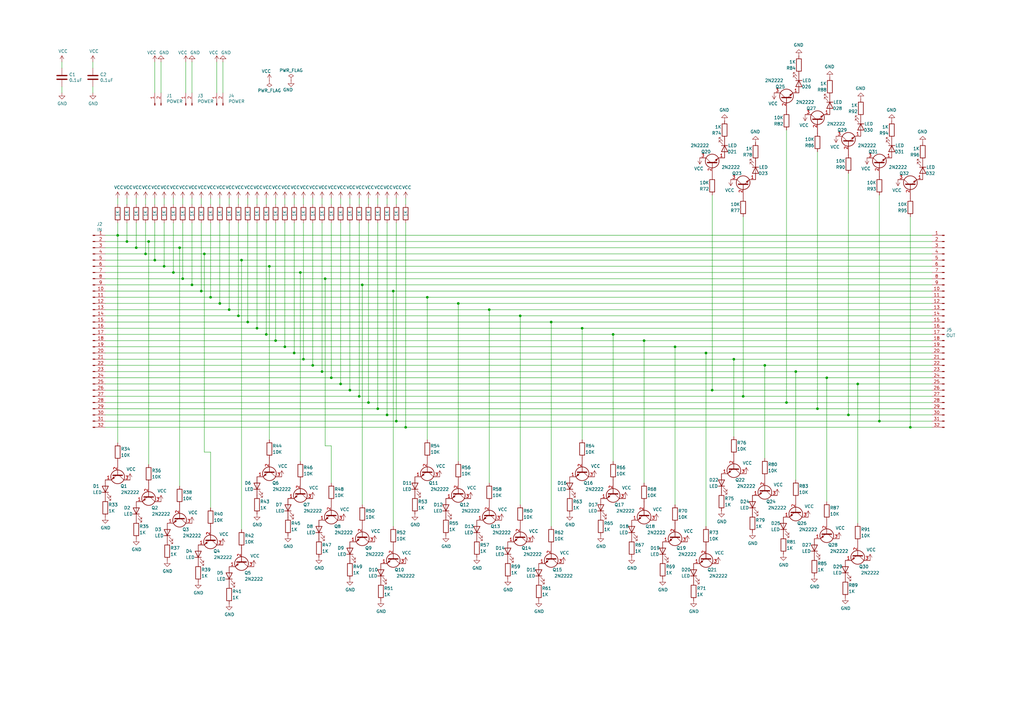
<source format=kicad_sch>
(kicad_sch (version 20230121) (generator eeschema)
  (paper "A3")
  (title_block (title "Control Signals Distributor") (date "2020-03-20") (rev "1"))
  (junction (at 93.98 127))
  (junction (at 238.76 134.62))
  (junction (at 113.03 139.7))
  (junction (at 128.27 149.86))
  (junction (at 71.12 111.76))
  (junction (at 83.82 104.14))
  (junction (at 105.41 134.62))
  (junction (at 154.94 167.64))
  (junction (at 97.79 129.54))
  (junction (at 166.37 175.26))
  (junction (at 133.35 114.3))
  (junction (at 55.88 101.6))
  (junction (at 373.38 175.26))
  (junction (at 158.75 170.18))
  (junction (at 360.68 172.72))
  (junction (at 326.39 152.4))
  (junction (at 162.56 172.72))
  (junction (at 109.22 137.16))
  (junction (at 187.96 124.46))
  (junction (at 101.6 132.08))
  (junction (at 147.32 162.56))
  (junction (at 52.07 99.06))
  (junction (at 132.08 152.4))
  (junction (at 161.29 119.38))
  (junction (at 313.69 149.86))
  (junction (at 304.8 162.56))
  (junction (at 63.5 106.68))
  (junction (at 135.89 154.94))
  (junction (at 351.79 157.48))
  (junction (at 99.06 106.68))
  (junction (at 86.36 121.92))
  (junction (at 123.19 111.76))
  (junction (at 322.58 165.1))
  (junction (at 264.16 139.7))
  (junction (at 74.93 114.3))
  (junction (at 139.7 157.48))
  (junction (at 143.51 160.02))
  (junction (at 347.98 170.18))
  (junction (at 59.69 104.14))
  (junction (at 175.26 121.92))
  (junction (at 116.84 142.24))
  (junction (at 151.13 165.1))
  (junction (at 335.28 167.64))
  (junction (at 60.96 99.06))
  (junction (at 90.17 124.46))
  (junction (at 110.49 109.22))
  (junction (at 226.06 132.08))
  (junction (at 48.26 96.52))
  (junction (at 339.09 154.94))
  (junction (at 289.56 144.78))
  (junction (at 73.66 101.6))
  (junction (at 213.36 129.54))
  (junction (at 67.31 109.22))
  (junction (at 276.86 142.24))
  (junction (at 82.55 119.38))
  (junction (at 300.99 147.32))
  (junction (at 200.66 127))
  (junction (at 78.74 116.84))
  (junction (at 120.65 144.78))
  (junction (at 148.59 116.84))
  (junction (at 251.46 137.16))
  (junction (at 292.1 160.02))
  (junction (at 124.46 147.32))
  (wire (pts (xy 78.74 91.44) (xy 78.74 116.84)))
  (wire (pts (xy 382.27 154.94) (xy 339.09 154.94)))
  (wire (pts (xy 382.27 114.3) (xy 133.35 114.3)))
  (wire (pts (xy 63.5 83.82) (xy 63.5 81.28)))
  (wire (pts (xy 382.27 99.06) (xy 60.96 99.06)))
  (wire (pts (xy 116.84 91.44) (xy 116.84 142.24)))
  (wire (pts (xy 162.56 172.72) (xy 360.68 172.72)))
  (wire (pts (xy 105.41 134.62) (xy 43.18 134.62)))
  (wire (pts (xy 382.27 139.7) (xy 264.16 139.7)))
  (wire (pts (xy 154.94 91.44) (xy 154.94 167.64)))
  (wire (pts (xy 166.37 175.26) (xy 43.18 175.26)))
  (wire (pts (xy 347.98 71.12) (xy 347.98 170.18)))
  (wire (pts (xy 124.46 83.82) (xy 124.46 81.28)))
  (wire (pts (xy 105.41 83.82) (xy 105.41 81.28)))
  (wire (pts (xy 86.36 83.82) (xy 86.36 81.28)))
  (wire (pts (xy 71.12 83.82) (xy 71.12 81.28)))
  (wire (pts (xy 154.94 167.64) (xy 335.28 167.64)))
  (wire (pts (xy 78.74 38.1) (xy 78.74 25.4)))
  (wire (pts (xy 251.46 189.23) (xy 251.46 137.16)))
  (wire (pts (xy 200.66 198.12) (xy 200.66 127)))
  (wire (pts (xy 123.19 111.76) (xy 123.19 189.23)))
  (wire (pts (xy 90.17 83.82) (xy 90.17 81.28)))
  (wire (pts (xy 128.27 83.82) (xy 128.27 81.28)))
  (wire (pts (xy 300.99 179.07) (xy 300.99 147.32)))
  (wire (pts (xy 133.35 114.3) (xy 74.93 114.3)))
  (wire (pts (xy 63.5 25.4) (xy 63.5 38.1)))
  (wire (pts (xy 132.08 152.4) (xy 326.39 152.4)))
  (wire (pts (xy 175.26 180.34) (xy 175.26 121.92)))
  (wire (pts (xy 292.1 80.01) (xy 292.1 160.02)))
  (wire (pts (xy 304.8 162.56) (xy 382.27 162.56)))
  (wire (pts (xy 93.98 83.82) (xy 93.98 81.28)))
  (wire (pts (xy 38.1 27.94) (xy 38.1 25.4)))
  (wire (pts (xy 289.56 215.9) (xy 289.56 144.78)))
  (wire (pts (xy 139.7 91.44) (xy 139.7 157.48)))
  (wire (pts (xy 43.18 111.76) (xy 71.12 111.76)))
  (wire (pts (xy 55.88 91.44) (xy 55.88 101.6)))
  (wire (pts (xy 43.18 96.52) (xy 48.26 96.52)))
  (wire (pts (xy 360.68 80.01) (xy 360.68 172.72)))
  (wire (pts (xy 135.89 83.82) (xy 135.89 81.28)))
  (wire (pts (xy 52.07 83.82) (xy 52.07 81.28)))
  (wire (pts (xy 43.18 101.6) (xy 55.88 101.6)))
  (wire (pts (xy 382.27 109.22) (xy 110.49 109.22)))
  (wire (pts (xy 289.56 144.78) (xy 120.65 144.78)))
  (wire (pts (xy 113.03 139.7) (xy 113.03 91.44)))
  (wire (pts (xy 326.39 152.4) (xy 382.27 152.4)))
  (wire (pts (xy 74.93 114.3) (xy 43.18 114.3)))
  (wire (pts (xy 335.28 167.64) (xy 382.27 167.64)))
  (wire (pts (xy 360.68 172.72) (xy 382.27 172.72)))
  (wire (pts (xy 132.08 83.82) (xy 132.08 81.28)))
  (wire (pts (xy 66.04 38.1) (xy 66.04 25.4)))
  (wire (pts (xy 313.69 149.86) (xy 128.27 149.86)))
  (wire (pts (xy 382.27 124.46) (xy 187.96 124.46)))
  (wire (pts (xy 322.58 165.1) (xy 151.13 165.1)))
  (wire (pts (xy 139.7 157.48) (xy 351.79 157.48)))
  (wire (pts (xy 147.32 91.44) (xy 147.32 162.56)))
  (wire (pts (xy 74.93 91.44) (xy 74.93 114.3)))
  (wire (pts (xy 113.03 139.7) (xy 43.18 139.7)))
  (wire (pts (xy 187.96 124.46) (xy 90.17 124.46)))
  (wire (pts (xy 90.17 124.46) (xy 43.18 124.46)))
  (wire (pts (xy 52.07 99.06) (xy 43.18 99.06)))
  (wire (pts (xy 151.13 165.1) (xy 151.13 91.44)))
  (wire (pts (xy 382.27 175.26) (xy 373.38 175.26)))
  (wire (pts (xy 67.31 109.22) (xy 43.18 109.22)))
  (wire (pts (xy 128.27 149.86) (xy 128.27 91.44)))
  (wire (pts (xy 382.27 170.18) (xy 347.98 170.18)))
  (wire (pts (xy 71.12 91.44) (xy 71.12 111.76)))
  (wire (pts (xy 113.03 83.82) (xy 113.03 81.28)))
  (wire (pts (xy 158.75 83.82) (xy 158.75 81.28)))
  (wire (pts (xy 251.46 137.16) (xy 382.27 137.16)))
  (wire (pts (xy 43.18 137.16) (xy 109.22 137.16)))
  (wire (pts (xy 158.75 170.18) (xy 158.75 91.44)))
  (wire (pts (xy 147.32 83.82) (xy 147.32 81.28)))
  (wire (pts (xy 304.8 88.9) (xy 304.8 162.56)))
  (wire (pts (xy 339.09 205.74) (xy 339.09 154.94)))
  (wire (pts (xy 373.38 175.26) (xy 166.37 175.26)))
  (wire (pts (xy 175.26 121.92) (xy 382.27 121.92)))
  (wire (pts (xy 48.26 91.44) (xy 48.26 96.52)))
  (wire (pts (xy 120.65 144.78) (xy 120.65 91.44)))
  (wire (pts (xy 351.79 214.63) (xy 351.79 157.48)))
  (wire (pts (xy 59.69 91.44) (xy 59.69 104.14)))
  (wire (pts (xy 148.59 116.84) (xy 382.27 116.84)))
  (wire (pts (xy 161.29 119.38) (xy 82.55 119.38)))
  (wire (pts (xy 48.26 83.82) (xy 48.26 81.28)))
  (wire (pts (xy 48.26 96.52) (xy 382.27 96.52)))
  (wire (pts (xy 143.51 83.82) (xy 143.51 81.28)))
  (wire (pts (xy 60.96 99.06) (xy 52.07 99.06)))
  (wire (pts (xy 123.19 111.76) (xy 382.27 111.76)))
  (wire (pts (xy 25.4 38.1) (xy 25.4 35.56)))
  (wire (pts (xy 326.39 196.85) (xy 326.39 152.4)))
  (wire (pts (xy 73.66 101.6) (xy 382.27 101.6)))
  (wire (pts (xy 162.56 91.44) (xy 162.56 172.72)))
  (wire (pts (xy 135.89 182.88) (xy 133.35 182.88)))
  (wire (pts (xy 43.18 167.64) (xy 154.94 167.64)))
  (wire (pts (xy 55.88 101.6) (xy 73.66 101.6)))
  (wire (pts (xy 382.27 119.38) (xy 161.29 119.38)))
  (wire (pts (xy 43.18 147.32) (xy 124.46 147.32)))
  (wire (pts (xy 200.66 127) (xy 382.27 127)))
  (wire (pts (xy 59.69 83.82) (xy 59.69 81.28)))
  (wire (pts (xy 93.98 127) (xy 200.66 127)))
  (wire (pts (xy 148.59 207.01) (xy 148.59 116.84)))
  (wire (pts (xy 335.28 62.23) (xy 335.28 167.64)))
  (wire (pts (xy 158.75 170.18) (xy 43.18 170.18)))
  (wire (pts (xy 313.69 187.96) (xy 313.69 149.86)))
  (wire (pts (xy 99.06 217.17) (xy 99.06 106.68)))
  (wire (pts (xy 264.16 198.12) (xy 264.16 139.7)))
  (wire (pts (xy 43.18 121.92) (xy 86.36 121.92)))
  (wire (pts (xy 109.22 137.16) (xy 251.46 137.16)))
  (wire (pts (xy 382.27 165.1) (xy 322.58 165.1)))
  (wire (pts (xy 300.99 147.32) (xy 382.27 147.32)))
  (wire (pts (xy 339.09 154.94) (xy 135.89 154.94)))
  (wire (pts (xy 43.18 127) (xy 93.98 127)))
  (wire (pts (xy 43.18 172.72) (xy 162.56 172.72)))
  (wire (pts (xy 55.88 83.82) (xy 55.88 81.28)))
  (wire (pts (xy 110.49 180.34) (xy 110.49 109.22)))
  (wire (pts (xy 124.46 147.32) (xy 300.99 147.32)))
  (wire (pts (xy 382.27 129.54) (xy 213.36 129.54)))
  (wire (pts (xy 116.84 142.24) (xy 276.86 142.24)))
  (wire (pts (xy 161.29 215.9) (xy 161.29 119.38)))
  (wire (pts (xy 78.74 83.82) (xy 78.74 81.28)))
  (wire (pts (xy 74.93 83.82) (xy 74.93 81.28)))
  (wire (pts (xy 143.51 160.02) (xy 143.51 91.44)))
  (wire (pts (xy 166.37 83.82) (xy 166.37 81.28)))
  (wire (pts (xy 120.65 144.78) (xy 43.18 144.78)))
  (wire (pts (xy 154.94 83.82) (xy 154.94 81.28)))
  (wire (pts (xy 88.9 25.4) (xy 88.9 38.1)))
  (wire (pts (xy 292.1 160.02) (xy 143.51 160.02)))
  (wire (pts (xy 382.27 134.62) (xy 238.76 134.62)))
  (wire (pts (xy 82.55 91.44) (xy 82.55 119.38)))
  (wire (pts (xy 133.35 182.88) (xy 133.35 114.3)))
  (wire (pts (xy 276.86 207.01) (xy 276.86 142.24)))
  (wire (pts (xy 91.44 38.1) (xy 91.44 25.4)))
  (wire (pts (xy 373.38 88.9) (xy 373.38 175.26)))
  (wire (pts (xy 67.31 91.44) (xy 67.31 109.22)))
  (wire (pts (xy 82.55 83.82) (xy 82.55 81.28)))
  (wire (pts (xy 213.36 129.54) (xy 97.79 129.54)))
  (wire (pts (xy 322.58 53.34) (xy 322.58 165.1)))
  (wire (pts (xy 60.96 190.5) (xy 60.96 99.06)))
  (wire (pts (xy 48.26 181.61) (xy 48.26 96.52)))
  (wire (pts (xy 73.66 199.39) (xy 73.66 101.6)))
  (wire (pts (xy 43.18 142.24) (xy 116.84 142.24)))
  (wire (pts (xy 86.36 185.42) (xy 83.82 185.42)))
  (wire (pts (xy 109.22 83.82) (xy 109.22 81.28)))
  (wire (pts (xy 71.12 111.76) (xy 123.19 111.76)))
  (wire (pts (xy 135.89 154.94) (xy 43.18 154.94)))
  (wire (pts (xy 43.18 152.4) (xy 132.08 152.4)))
  (wire (pts (xy 43.18 162.56) (xy 147.32 162.56)))
  (wire (pts (xy 78.74 116.84) (xy 148.59 116.84)))
  (wire (pts (xy 162.56 83.82) (xy 162.56 81.28)))
  (wire (pts (xy 238.76 180.34) (xy 238.76 134.62)))
  (wire (pts (xy 59.69 104.14) (xy 43.18 104.14)))
  (wire (pts (xy 52.07 99.06) (xy 52.07 91.44)))
  (wire (pts (xy 101.6 91.44) (xy 101.6 132.08)))
  (wire (pts (xy 43.18 132.08) (xy 101.6 132.08)))
  (wire (pts (xy 238.76 134.62) (xy 105.41 134.62)))
  (wire (pts (xy 38.1 38.1) (xy 38.1 35.56)))
  (wire (pts (xy 43.18 157.48) (xy 139.7 157.48)))
  (wire (pts (xy 43.18 116.84) (xy 78.74 116.84)))
  (wire (pts (xy 120.65 83.82) (xy 120.65 81.28)))
  (wire (pts (xy 101.6 132.08) (xy 226.06 132.08)))
  (wire (pts (xy 86.36 121.92) (xy 175.26 121.92)))
  (wire (pts (xy 382.27 160.02) (xy 292.1 160.02)))
  (wire (pts (xy 86.36 91.44) (xy 86.36 121.92)))
  (wire (pts (xy 97.79 129.54) (xy 43.18 129.54)))
  (wire (pts (xy 76.2 25.4) (xy 76.2 38.1)))
  (wire (pts (xy 147.32 162.56) (xy 304.8 162.56)))
  (wire (pts (xy 67.31 83.82) (xy 67.31 81.28)))
  (wire (pts (xy 226.06 215.9) (xy 226.06 132.08)))
  (wire (pts (xy 382.27 104.14) (xy 83.82 104.14)))
  (wire (pts (xy 97.79 83.82) (xy 97.79 81.28)))
  (wire (pts (xy 382.27 149.86) (xy 313.69 149.86)))
  (wire (pts (xy 83.82 104.14) (xy 59.69 104.14)))
  (wire (pts (xy 63.5 106.68) (xy 63.5 91.44)))
  (wire (pts (xy 166.37 175.26) (xy 166.37 91.44)))
  (wire (pts (xy 83.82 185.42) (xy 83.82 104.14)))
  (wire (pts (xy 116.84 83.82) (xy 116.84 81.28)))
  (wire (pts (xy 128.27 149.86) (xy 43.18 149.86)))
  (wire (pts (xy 347.98 170.18) (xy 158.75 170.18)))
  (wire (pts (xy 93.98 91.44) (xy 93.98 127)))
  (wire (pts (xy 351.79 157.48) (xy 382.27 157.48)))
  (wire (pts (xy 213.36 129.54) (xy 213.36 207.01)))
  (wire (pts (xy 187.96 124.46) (xy 187.96 189.23)))
  (wire (pts (xy 382.27 144.78) (xy 289.56 144.78)))
  (wire (pts (xy 97.79 129.54) (xy 97.79 91.44)))
  (wire (pts (xy 90.17 91.44) (xy 90.17 124.46)))
  (wire (pts (xy 110.49 109.22) (xy 67.31 109.22)))
  (wire (pts (xy 63.5 106.68) (xy 99.06 106.68)))
  (wire (pts (xy 99.06 106.68) (xy 382.27 106.68)))
  (wire (pts (xy 124.46 91.44) (xy 124.46 147.32)))
  (wire (pts (xy 101.6 83.82) (xy 101.6 81.28)))
  (wire (pts (xy 151.13 83.82) (xy 151.13 81.28)))
  (wire (pts (xy 139.7 83.82) (xy 139.7 81.28)))
  (wire (pts (xy 132.08 91.44) (xy 132.08 152.4)))
  (wire (pts (xy 151.13 165.1) (xy 43.18 165.1)))
  (wire (pts (xy 86.36 208.28) (xy 86.36 185.42)))
  (wire (pts (xy 82.55 119.38) (xy 43.18 119.38)))
  (wire (pts (xy 143.51 160.02) (xy 43.18 160.02)))
  (wire (pts (xy 135.89 198.12) (xy 135.89 182.88)))
  (wire (pts (xy 105.41 134.62) (xy 105.41 91.44)))
  (wire (pts (xy 109.22 91.44) (xy 109.22 137.16)))
  (wire (pts (xy 43.18 106.68) (xy 63.5 106.68)))
  (wire (pts (xy 25.4 27.94) (xy 25.4 25.4)))
  (wire (pts (xy 276.86 142.24) (xy 382.27 142.24)))
  (wire (pts (xy 135.89 154.94) (xy 135.89 91.44)))
  (wire (pts (xy 226.06 132.08) (xy 382.27 132.08)))
  (wire (pts (xy 264.16 139.7) (xy 113.03 139.7)))
  (symbol (lib_id "power:VCC") (at 25.4 25.4 0) (unit 1)
    (property "Reference" "#PWR0101" (effects hide))
    (property "Value" "VCC" (at 25.8318 21.0058 0))
  )
  (symbol (lib_id "power:GND") (at 25.4 38.1 0) (unit 1)
    (property "Reference" "#PWR0102" (effects hide))
    (property "Value" "GND" (at 25.527 42.4942 0))
  )
  (symbol (lib_id "Device:C") (at 25.4 31.75 0) (unit 1)
    (property "Reference" "C1" (at 28.321 30.5816 0) (effects (justify left)))
    (property "Value" "0.1uF" (at 28.321 32.893 0) (effects (justify left)))
    (property "Footprint" "Capacitor_THT:C_Disc_D4.3mm_W1.9mm_P5.00mm" (effects hide))
  )
  (symbol (lib_id "Connector:Conn_01x02_Pin") (at 63.5 43.18 90) (unit 1)
    (property "Reference" "J1" (at 68.2752 39.2684 90) (effects (justify right)))
    (property "Value" "POWER" (at 68.2752 41.5798 90) (effects (justify right)))
    (property "Footprint" "Connector_PinHeader_2.54mm:PinHeader_1x02_P2.54mm_Vertical" (effects hide))
  )
  (symbol (lib_id "power:VCC") (at 63.5 25.4 0) (unit 1)
    (property "Reference" "#PWR0103" (effects hide))
    (property "Value" "VCC" (at 62.23 21.59 0))
  )
  (symbol (lib_id "power:GND") (at 66.04 25.4 180) (unit 1)
    (property "Reference" "#PWR0104" (effects hide))
    (property "Value" "GND" (at 67.31 21.59 0))
  )
  (symbol (lib_id "Connector:Conn_01x02_Pin") (at 76.2 43.18 90) (unit 1)
    (property "Reference" "J3" (at 80.9752 39.2684 90) (effects (justify right)))
    (property "Value" "POWER" (at 80.9752 41.5798 90) (effects (justify right)))
    (property "Footprint" "Connector_PinHeader_2.54mm:PinHeader_1x02_P2.54mm_Vertical" (effects hide))
  )
  (symbol (lib_id "power:VCC") (at 76.2 25.4 0) (unit 1)
    (property "Reference" "#PWR0105" (effects hide))
    (property "Value" "VCC" (at 74.93 21.59 0))
  )
  (symbol (lib_id "power:GND") (at 78.74 25.4 180) (unit 1)
    (property "Reference" "#PWR0106" (effects hide))
    (property "Value" "GND" (at 80.01 21.59 0))
  )
  (symbol (lib_id "Connector:Conn_01x02_Pin") (at 88.9 43.18 90) (unit 1)
    (property "Reference" "J4" (at 93.6752 39.2684 90) (effects (justify right)))
    (property "Value" "POWER" (at 93.6752 41.5798 90) (effects (justify right)))
    (property "Footprint" "Connector_PinHeader_2.54mm:PinHeader_1x02_P2.54mm_Vertical" (effects hide))
  )
  (symbol (lib_id "power:VCC") (at 88.9 25.4 0) (unit 1)
    (property "Reference" "#PWR0107" (effects hide))
    (property "Value" "VCC" (at 87.63 21.59 0))
  )
  (symbol (lib_id "power:GND") (at 91.44 25.4 180) (unit 1)
    (property "Reference" "#PWR0108" (effects hide))
    (property "Value" "GND" (at 92.71 21.59 0))
  )
  (symbol (lib_id "power:VCC") (at 38.1 25.4 0) (unit 1)
    (property "Reference" "#PWR0109" (effects hide))
    (property "Value" "VCC" (at 38.5318 21.0058 0))
  )
  (symbol (lib_id "power:GND") (at 38.1 38.1 0) (unit 1)
    (property "Reference" "#PWR0110" (effects hide))
    (property "Value" "GND" (at 38.227 42.4942 0))
  )
  (symbol (lib_id "Device:C") (at 38.1 31.75 0) (unit 1)
    (property "Reference" "C2" (at 41.021 30.5816 0) (effects (justify left)))
    (property "Value" "0.1uF" (at 41.021 32.893 0) (effects (justify left)))
    (property "Footprint" "Capacitor_THT:C_Disc_D4.3mm_W1.9mm_P5.00mm" (effects hide))
  )
  (symbol (lib_id "Connector:Conn_01x32_Pin") (at 38.1 134.62 0) (unit 1)
    (property "Reference" "J2" (at 40.8432 91.9226 0))
    (property "Value" "IN" (at 40.8432 94.234 0))
    (property "Footprint" "Connector_PinHeader_2.54mm:PinHeader_1x32_P2.54mm_Vertical" (effects hide))
  )
  (symbol (lib_id "Connector:Conn_01x32_Pin") (at 387.35 134.62 0) (mirror y) (unit 1)
    (property "Reference" "J5" (at 388.0612 135.2804 0) (effects (justify right)))
    (property "Value" "OUT" (at 388.0612 137.5918 0) (effects (justify right)))
    (property "Footprint" "Connector_PinHeader_2.54mm:PinHeader_1x32_P2.54mm_Vertical" (effects hide))
  )
  (symbol (lib_id "Device:R") (at 48.26 87.63 0) (unit 1)
    (property "Reference" "R1" (effects hide))
    (property "Value" "1K" (at 48.26 88.9 90) (effects (justify left)))
    (property "Footprint" "Resistor_THT:R_Axial_DIN0309_L9.0mm_D3.2mm_P12.70mm_Horizontal" (effects hide))
  )
  (symbol (lib_id "power:VCC") (at 48.26 81.28 0) (unit 1)
    (property "Reference" "#PWR0111" (effects hide))
    (property "Value" "VCC" (at 48.6918 76.8858 0))
  )
  (symbol (lib_id "Device:R") (at 52.07 87.63 0) (unit 1)
    (property "Reference" "R2" (effects hide))
    (property "Value" "1K" (at 52.07 88.9 90) (effects (justify left)))
    (property "Footprint" "Resistor_THT:R_Axial_DIN0309_L9.0mm_D3.2mm_P12.70mm_Horizontal" (effects hide))
  )
  (symbol (lib_id "power:VCC") (at 52.07 81.28 0) (unit 1)
    (property "Reference" "#PWR0112" (effects hide))
    (property "Value" "VCC" (at 52.5018 76.8858 0))
  )
  (symbol (lib_id "Device:R") (at 55.88 87.63 0) (unit 1)
    (property "Reference" "R3" (effects hide))
    (property "Value" "1K" (at 55.88 88.9 90) (effects (justify left)))
    (property "Footprint" "Resistor_THT:R_Axial_DIN0309_L9.0mm_D3.2mm_P12.70mm_Horizontal" (effects hide))
  )
  (symbol (lib_id "power:VCC") (at 55.88 81.28 0) (unit 1)
    (property "Reference" "#PWR0113" (effects hide))
    (property "Value" "VCC" (at 56.3118 76.8858 0))
  )
  (symbol (lib_id "Device:R") (at 59.69 87.63 0) (unit 1)
    (property "Reference" "R4" (effects hide))
    (property "Value" "1K" (at 59.69 88.9 90) (effects (justify left)))
    (property "Footprint" "Resistor_THT:R_Axial_DIN0309_L9.0mm_D3.2mm_P12.70mm_Horizontal" (effects hide))
  )
  (symbol (lib_id "power:VCC") (at 59.69 81.28 0) (unit 1)
    (property "Reference" "#PWR0114" (effects hide))
    (property "Value" "VCC" (at 60.1218 76.8858 0))
  )
  (symbol (lib_id "Device:R") (at 63.5 87.63 0) (unit 1)
    (property "Reference" "R5" (effects hide))
    (property "Value" "1K" (at 63.5 88.9 90) (effects (justify left)))
    (property "Footprint" "Resistor_THT:R_Axial_DIN0309_L9.0mm_D3.2mm_P12.70mm_Horizontal" (effects hide))
  )
  (symbol (lib_id "power:VCC") (at 63.5 81.28 0) (unit 1)
    (property "Reference" "#PWR0115" (effects hide))
    (property "Value" "VCC" (at 63.9318 76.8858 0))
  )
  (symbol (lib_id "Device:R") (at 67.31 87.63 0) (unit 1)
    (property "Reference" "R6" (effects hide))
    (property "Value" "1K" (at 67.31 88.9 90) (effects (justify left)))
    (property "Footprint" "Resistor_THT:R_Axial_DIN0309_L9.0mm_D3.2mm_P12.70mm_Horizontal" (effects hide))
  )
  (symbol (lib_id "power:VCC") (at 67.31 81.28 0) (unit 1)
    (property "Reference" "#PWR0116" (effects hide))
    (property "Value" "VCC" (at 67.7418 76.8858 0))
  )
  (symbol (lib_id "Device:R") (at 71.12 87.63 0) (unit 1)
    (property "Reference" "R7" (effects hide))
    (property "Value" "1K" (at 71.12 88.9 90) (effects (justify left)))
    (property "Footprint" "Resistor_THT:R_Axial_DIN0309_L9.0mm_D3.2mm_P12.70mm_Horizontal" (effects hide))
  )
  (symbol (lib_id "power:VCC") (at 71.12 81.28 0) (unit 1)
    (property "Reference" "#PWR0117" (effects hide))
    (property "Value" "VCC" (at 71.5518 76.8858 0))
  )
  (symbol (lib_id "Device:R") (at 74.93 87.63 0) (unit 1)
    (property "Reference" "R8" (effects hide))
    (property "Value" "1K" (at 74.93 88.9 90) (effects (justify left)))
    (property "Footprint" "Resistor_THT:R_Axial_DIN0309_L9.0mm_D3.2mm_P12.70mm_Horizontal" (effects hide))
  )
  (symbol (lib_id "power:VCC") (at 74.93 81.28 0) (unit 1)
    (property "Reference" "#PWR0118" (effects hide))
    (property "Value" "VCC" (at 75.3618 76.8858 0))
  )
  (symbol (lib_id "Device:R") (at 78.74 87.63 0) (unit 1)
    (property "Reference" "R9" (effects hide))
    (property "Value" "1K" (at 78.74 88.9 90) (effects (justify left)))
    (property "Footprint" "Resistor_THT:R_Axial_DIN0309_L9.0mm_D3.2mm_P12.70mm_Horizontal" (effects hide))
  )
  (symbol (lib_id "power:VCC") (at 78.74 81.28 0) (unit 1)
    (property "Reference" "#PWR0119" (effects hide))
    (property "Value" "VCC" (at 79.1718 76.8858 0))
  )
  (symbol (lib_id "Device:R") (at 82.55 87.63 0) (unit 1)
    (property "Reference" "R10" (effects hide))
    (property "Value" "1K" (at 82.55 88.9 90) (effects (justify left)))
    (property "Footprint" "Resistor_THT:R_Axial_DIN0309_L9.0mm_D3.2mm_P12.70mm_Horizontal" (effects hide))
  )
  (symbol (lib_id "power:VCC") (at 82.55 81.28 0) (unit 1)
    (property "Reference" "#PWR0120" (effects hide))
    (property "Value" "VCC" (at 82.9818 76.8858 0))
  )
  (symbol (lib_id "Device:R") (at 86.36 87.63 0) (unit 1)
    (property "Reference" "R11" (effects hide))
    (property "Value" "1K" (at 86.36 88.9 90) (effects (justify left)))
    (property "Footprint" "Resistor_THT:R_Axial_DIN0309_L9.0mm_D3.2mm_P12.70mm_Horizontal" (effects hide))
  )
  (symbol (lib_id "power:VCC") (at 86.36 81.28 0) (unit 1)
    (property "Reference" "#PWR0121" (effects hide))
    (property "Value" "VCC" (at 86.7918 76.8858 0))
  )
  (symbol (lib_id "Device:R") (at 90.17 87.63 0) (unit 1)
    (property "Reference" "R12" (effects hide))
    (property "Value" "1K" (at 90.17 88.9 90) (effects (justify left)))
    (property "Footprint" "Resistor_THT:R_Axial_DIN0309_L9.0mm_D3.2mm_P12.70mm_Horizontal" (effects hide))
  )
  (symbol (lib_id "power:VCC") (at 90.17 81.28 0) (unit 1)
    (property "Reference" "#PWR0122" (effects hide))
    (property "Value" "VCC" (at 90.6018 76.8858 0))
  )
  (symbol (lib_id "Device:R") (at 93.98 87.63 0) (unit 1)
    (property "Reference" "R13" (effects hide))
    (property "Value" "1K" (at 93.98 88.9 90) (effects (justify left)))
    (property "Footprint" "Resistor_THT:R_Axial_DIN0309_L9.0mm_D3.2mm_P12.70mm_Horizontal" (effects hide))
  )
  (symbol (lib_id "power:VCC") (at 93.98 81.28 0) (unit 1)
    (property "Reference" "#PWR0123" (effects hide))
    (property "Value" "VCC" (at 94.4118 76.8858 0))
  )
  (symbol (lib_id "Device:R") (at 97.79 87.63 0) (unit 1)
    (property "Reference" "R14" (effects hide))
    (property "Value" "1K" (at 97.79 88.9 90) (effects (justify left)))
    (property "Footprint" "Resistor_THT:R_Axial_DIN0309_L9.0mm_D3.2mm_P12.70mm_Horizontal" (effects hide))
  )
  (symbol (lib_id "power:VCC") (at 97.79 81.28 0) (unit 1)
    (property "Reference" "#PWR0124" (effects hide))
    (property "Value" "VCC" (at 98.2218 76.8858 0))
  )
  (symbol (lib_id "Device:R") (at 101.6 87.63 0) (unit 1)
    (property "Reference" "R15" (effects hide))
    (property "Value" "1K" (at 101.6 88.9 90) (effects (justify left)))
    (property "Footprint" "Resistor_THT:R_Axial_DIN0309_L9.0mm_D3.2mm_P12.70mm_Horizontal" (effects hide))
  )
  (symbol (lib_id "power:VCC") (at 101.6 81.28 0) (unit 1)
    (property "Reference" "#PWR0125" (effects hide))
    (property "Value" "VCC" (at 102.0318 76.8858 0))
  )
  (symbol (lib_id "Device:R") (at 105.41 87.63 0) (unit 1)
    (property "Reference" "R16" (effects hide))
    (property "Value" "1K" (at 105.41 88.9 90) (effects (justify left)))
    (property "Footprint" "Resistor_THT:R_Axial_DIN0309_L9.0mm_D3.2mm_P12.70mm_Horizontal" (effects hide))
  )
  (symbol (lib_id "power:VCC") (at 105.41 81.28 0) (unit 1)
    (property "Reference" "#PWR0126" (effects hide))
    (property "Value" "VCC" (at 105.8418 76.8858 0))
  )
  (symbol (lib_id "Device:R") (at 109.22 87.63 0) (unit 1)
    (property "Reference" "R17" (effects hide))
    (property "Value" "1K" (at 109.22 88.9 90) (effects (justify left)))
    (property "Footprint" "Resistor_THT:R_Axial_DIN0309_L9.0mm_D3.2mm_P12.70mm_Horizontal" (effects hide))
  )
  (symbol (lib_id "power:VCC") (at 109.22 81.28 0) (unit 1)
    (property "Reference" "#PWR0127" (effects hide))
    (property "Value" "VCC" (at 109.6518 76.8858 0))
  )
  (symbol (lib_id "Device:R") (at 113.03 87.63 0) (unit 1)
    (property "Reference" "R18" (effects hide))
    (property "Value" "1K" (at 113.03 88.9 90) (effects (justify left)))
    (property "Footprint" "Resistor_THT:R_Axial_DIN0309_L9.0mm_D3.2mm_P12.70mm_Horizontal" (effects hide))
  )
  (symbol (lib_id "power:VCC") (at 113.03 81.28 0) (unit 1)
    (property "Reference" "#PWR0128" (effects hide))
    (property "Value" "VCC" (at 113.4618 76.8858 0))
  )
  (symbol (lib_id "Device:R") (at 116.84 87.63 0) (unit 1)
    (property "Reference" "R19" (effects hide))
    (property "Value" "1K" (at 116.84 88.9 90) (effects (justify left)))
    (property "Footprint" "Resistor_THT:R_Axial_DIN0309_L9.0mm_D3.2mm_P12.70mm_Horizontal" (effects hide))
  )
  (symbol (lib_id "power:VCC") (at 116.84 81.28 0) (unit 1)
    (property "Reference" "#PWR0129" (effects hide))
    (property "Value" "VCC" (at 117.2718 76.8858 0))
  )
  (symbol (lib_id "Device:R") (at 120.65 87.63 0) (unit 1)
    (property "Reference" "R20" (effects hide))
    (property "Value" "1K" (at 120.65 88.9 90) (effects (justify left)))
    (property "Footprint" "Resistor_THT:R_Axial_DIN0309_L9.0mm_D3.2mm_P12.70mm_Horizontal" (effects hide))
  )
  (symbol (lib_id "power:VCC") (at 120.65 81.28 0) (unit 1)
    (property "Reference" "#PWR0130" (effects hide))
    (property "Value" "VCC" (at 121.0818 76.8858 0))
  )
  (symbol (lib_id "Device:R") (at 124.46 87.63 0) (unit 1)
    (property "Reference" "R21" (effects hide))
    (property "Value" "1K" (at 124.46 88.9 90) (effects (justify left)))
    (property "Footprint" "Resistor_THT:R_Axial_DIN0309_L9.0mm_D3.2mm_P12.70mm_Horizontal" (effects hide))
  )
  (symbol (lib_id "power:VCC") (at 124.46 81.28 0) (unit 1)
    (property "Reference" "#PWR0131" (effects hide))
    (property "Value" "VCC" (at 124.8918 76.8858 0))
  )
  (symbol (lib_id "Device:R") (at 128.27 87.63 0) (unit 1)
    (property "Reference" "R22" (effects hide))
    (property "Value" "1K" (at 128.27 88.9 90) (effects (justify left)))
    (property "Footprint" "Resistor_THT:R_Axial_DIN0309_L9.0mm_D3.2mm_P12.70mm_Horizontal" (effects hide))
  )
  (symbol (lib_id "power:VCC") (at 128.27 81.28 0) (unit 1)
    (property "Reference" "#PWR0132" (effects hide))
    (property "Value" "VCC" (at 128.7018 76.8858 0))
  )
  (symbol (lib_id "Device:R") (at 132.08 87.63 0) (unit 1)
    (property "Reference" "R23" (effects hide))
    (property "Value" "1K" (at 132.08 88.9 90) (effects (justify left)))
    (property "Footprint" "Resistor_THT:R_Axial_DIN0309_L9.0mm_D3.2mm_P12.70mm_Horizontal" (effects hide))
  )
  (symbol (lib_id "power:VCC") (at 132.08 81.28 0) (unit 1)
    (property "Reference" "#PWR0133" (effects hide))
    (property "Value" "VCC" (at 132.5118 76.8858 0))
  )
  (symbol (lib_id "Device:R") (at 135.89 87.63 0) (unit 1)
    (property "Reference" "R24" (effects hide))
    (property "Value" "1K" (at 135.89 88.9 90) (effects (justify left)))
    (property "Footprint" "Resistor_THT:R_Axial_DIN0309_L9.0mm_D3.2mm_P12.70mm_Horizontal" (effects hide))
  )
  (symbol (lib_id "power:VCC") (at 135.89 81.28 0) (unit 1)
    (property "Reference" "#PWR0134" (effects hide))
    (property "Value" "VCC" (at 136.3218 76.8858 0))
  )
  (symbol (lib_id "Device:R") (at 139.7 87.63 0) (unit 1)
    (property "Reference" "R25" (effects hide))
    (property "Value" "1K" (at 139.7 88.9 90) (effects (justify left)))
    (property "Footprint" "Resistor_THT:R_Axial_DIN0309_L9.0mm_D3.2mm_P12.70mm_Horizontal" (effects hide))
  )
  (symbol (lib_id "power:VCC") (at 139.7 81.28 0) (unit 1)
    (property "Reference" "#PWR0135" (effects hide))
    (property "Value" "VCC" (at 140.1318 76.8858 0))
  )
  (symbol (lib_id "Device:R") (at 143.51 87.63 0) (unit 1)
    (property "Reference" "R26" (effects hide))
    (property "Value" "1K" (at 143.51 88.9 90) (effects (justify left)))
    (property "Footprint" "Resistor_THT:R_Axial_DIN0309_L9.0mm_D3.2mm_P12.70mm_Horizontal" (effects hide))
  )
  (symbol (lib_id "power:VCC") (at 143.51 81.28 0) (unit 1)
    (property "Reference" "#PWR0136" (effects hide))
    (property "Value" "VCC" (at 143.9418 76.8858 0))
  )
  (symbol (lib_id "Device:R") (at 147.32 87.63 0) (unit 1)
    (property "Reference" "R27" (effects hide))
    (property "Value" "1K" (at 147.32 88.9 90) (effects (justify left)))
    (property "Footprint" "Resistor_THT:R_Axial_DIN0309_L9.0mm_D3.2mm_P12.70mm_Horizontal" (effects hide))
  )
  (symbol (lib_id "power:VCC") (at 147.32 81.28 0) (unit 1)
    (property "Reference" "#PWR0137" (effects hide))
    (property "Value" "VCC" (at 147.7518 76.8858 0))
  )
  (symbol (lib_id "Device:R") (at 151.13 87.63 0) (unit 1)
    (property "Reference" "R28" (effects hide))
    (property "Value" "1K" (at 151.13 88.9 90) (effects (justify left)))
    (property "Footprint" "Resistor_THT:R_Axial_DIN0309_L9.0mm_D3.2mm_P12.70mm_Horizontal" (effects hide))
  )
  (symbol (lib_id "power:VCC") (at 151.13 81.28 0) (unit 1)
    (property "Reference" "#PWR0138" (effects hide))
    (property "Value" "VCC" (at 151.5618 76.8858 0))
  )
  (symbol (lib_id "Device:R") (at 154.94 87.63 0) (unit 1)
    (property "Reference" "R29" (effects hide))
    (property "Value" "1K" (at 154.94 88.9 90) (effects (justify left)))
    (property "Footprint" "Resistor_THT:R_Axial_DIN0309_L9.0mm_D3.2mm_P12.70mm_Horizontal" (effects hide))
  )
  (symbol (lib_id "power:VCC") (at 154.94 81.28 0) (unit 1)
    (property "Reference" "#PWR0139" (effects hide))
    (property "Value" "VCC" (at 155.3718 76.8858 0))
  )
  (symbol (lib_id "Device:R") (at 158.75 87.63 0) (unit 1)
    (property "Reference" "R30" (effects hide))
    (property "Value" "1K" (at 158.75 88.9 90) (effects (justify left)))
    (property "Footprint" "Resistor_THT:R_Axial_DIN0309_L9.0mm_D3.2mm_P12.70mm_Horizontal" (effects hide))
  )
  (symbol (lib_id "power:VCC") (at 158.75 81.28 0) (unit 1)
    (property "Reference" "#PWR0140" (effects hide))
    (property "Value" "VCC" (at 159.1818 76.8858 0))
  )
  (symbol (lib_id "Device:R") (at 162.56 87.63 0) (unit 1)
    (property "Reference" "R31" (effects hide))
    (property "Value" "1K" (at 162.56 88.9 90) (effects (justify left)))
    (property "Footprint" "Resistor_THT:R_Axial_DIN0309_L9.0mm_D3.2mm_P12.70mm_Horizontal" (effects hide))
  )
  (symbol (lib_id "power:VCC") (at 162.56 81.28 0) (unit 1)
    (property "Reference" "#PWR0141" (effects hide))
    (property "Value" "VCC" (at 162.9918 76.8858 0))
  )
  (symbol (lib_id "Device:R") (at 166.37 87.63 0) (unit 1)
    (property "Reference" "R32" (effects hide))
    (property "Value" "1K" (at 166.37 88.9 90) (effects (justify left)))
    (property "Footprint" "Resistor_THT:R_Axial_DIN0309_L9.0mm_D3.2mm_P12.70mm_Horizontal" (effects hide))
  )
  (symbol (lib_id "power:VCC") (at 166.37 81.28 0) (unit 1)
    (property "Reference" "#PWR0142" (effects hide))
    (property "Value" "VCC" (at 166.8018 76.8858 0))
  )
  (symbol (lib_id "Device:R") (at 48.26 185.42 0) (unit 1)
    (property "Reference" "R34" (at 49.53 184.15 0) (effects (justify left)))
    (property "Value" "10K" (at 49.53 186.69 0) (effects (justify left)))
    (property "Footprint" "Resistor_THT:R_Axial_DIN0309_L9.0mm_D3.2mm_P12.70mm_Horizontal" (effects hide))
  )
  (symbol (lib_id "2n2222:2N2222") (at 48.26 194.31 270) (unit 1)
    (property "Reference" "Q1" (at 50.8 199.39 90))
    (property "Value" "2N2222" (at 53.34 201.93 90))
    (property "Footprint" "Package_TO_SOT_THT:TO-92_Inline" (effects hide))
    (property "Datasheet" "https://www.fairchildsemi.com/datasheets/2N/2N3904.pdf" (effects hide))
  )
  (symbol (lib_id "power:VCC") (at 53.34 196.85 0) (unit 1)
    (property "Reference" "#PWR0143" (effects hide))
    (property "Value" "VCC" (at 53.7718 192.4558 0))
  )
  (symbol (lib_id "Device:LED") (at 43.18 200.66 90) (unit 1)
    (property "Reference" "D1" (at 38.1 199.39 90) (effects (justify right)))
    (property "Value" "LED" (at 38.1 201.93 90) (effects (justify right)))
    (property "Footprint" "LED_THT:LED_D5.0mm" (effects hide))
  )
  (symbol (lib_id "Device:R") (at 43.18 208.28 0) (unit 1)
    (property "Reference" "R33" (at 44.45 207.01 0) (effects (justify left)))
    (property "Value" "1K" (at 44.45 209.55 0) (effects (justify left)))
    (property "Footprint" "Resistor_THT:R_Axial_DIN0309_L9.0mm_D3.2mm_P12.70mm_Horizontal" (effects hide))
  )
  (symbol (lib_id "power:GND") (at 43.18 212.09 0) (unit 1)
    (property "Reference" "#PWR0144" (effects hide))
    (property "Value" "GND" (at 43.307 216.4842 0))
  )
  (symbol (lib_id "Device:R") (at 60.96 194.31 0) (unit 1)
    (property "Reference" "R36" (at 62.23 193.04 0) (effects (justify left)))
    (property "Value" "10K" (at 62.23 195.58 0) (effects (justify left)))
    (property "Footprint" "Resistor_THT:R_Axial_DIN0309_L9.0mm_D3.2mm_P12.70mm_Horizontal" (effects hide))
  )
  (symbol (lib_id "2n2222:2N2222") (at 60.96 203.2 270) (unit 1)
    (property "Reference" "Q2" (at 63.5 208.28 90))
    (property "Value" "2N2222" (at 66.04 210.82 90))
    (property "Footprint" "Package_TO_SOT_THT:TO-92_Inline" (effects hide))
    (property "Datasheet" "https://www.fairchildsemi.com/datasheets/2N/2N3904.pdf" (effects hide))
  )
  (symbol (lib_id "power:VCC") (at 66.04 205.74 0) (unit 1)
    (property "Reference" "#PWR0145" (effects hide))
    (property "Value" "VCC" (at 66.4718 201.3458 0))
  )
  (symbol (lib_id "Device:LED") (at 55.88 209.55 90) (unit 1)
    (property "Reference" "D2" (at 50.8 208.28 90) (effects (justify right)))
    (property "Value" "LED" (at 50.8 210.82 90) (effects (justify right)))
    (property "Footprint" "LED_THT:LED_D5.0mm" (effects hide))
  )
  (symbol (lib_id "Device:R") (at 55.88 217.17 0) (unit 1)
    (property "Reference" "R35" (at 57.15 215.9 0) (effects (justify left)))
    (property "Value" "1K" (at 57.15 218.44 0) (effects (justify left)))
    (property "Footprint" "Resistor_THT:R_Axial_DIN0309_L9.0mm_D3.2mm_P12.70mm_Horizontal" (effects hide))
  )
  (symbol (lib_id "power:GND") (at 55.88 220.98 0) (unit 1)
    (property "Reference" "#PWR0146" (effects hide))
    (property "Value" "GND" (at 56.007 225.3742 0))
  )
  (symbol (lib_id "Device:R") (at 73.66 203.2 0) (unit 1)
    (property "Reference" "R38" (at 74.93 201.93 0) (effects (justify left)))
    (property "Value" "10K" (at 74.93 204.47 0) (effects (justify left)))
    (property "Footprint" "Resistor_THT:R_Axial_DIN0309_L9.0mm_D3.2mm_P12.70mm_Horizontal" (effects hide))
  )
  (symbol (lib_id "2n2222:2N2222") (at 73.66 212.09 270) (unit 1)
    (property "Reference" "Q3" (at 76.2 217.17 90))
    (property "Value" "2N2222" (at 78.74 219.71 90))
    (property "Footprint" "Package_TO_SOT_THT:TO-92_Inline" (effects hide))
    (property "Datasheet" "https://www.fairchildsemi.com/datasheets/2N/2N3904.pdf" (effects hide))
  )
  (symbol (lib_id "power:VCC") (at 78.74 214.63 0) (unit 1)
    (property "Reference" "#PWR0147" (effects hide))
    (property "Value" "VCC" (at 79.1718 210.2358 0))
  )
  (symbol (lib_id "Device:LED") (at 68.58 218.44 90) (unit 1)
    (property "Reference" "D3" (at 63.5 217.17 90) (effects (justify right)))
    (property "Value" "LED" (at 63.5 219.71 90) (effects (justify right)))
    (property "Footprint" "LED_THT:LED_D5.0mm" (effects hide))
  )
  (symbol (lib_id "Device:R") (at 68.58 226.06 0) (unit 1)
    (property "Reference" "R37" (at 69.85 224.79 0) (effects (justify left)))
    (property "Value" "1K" (at 69.85 227.33 0) (effects (justify left)))
    (property "Footprint" "Resistor_THT:R_Axial_DIN0309_L9.0mm_D3.2mm_P12.70mm_Horizontal" (effects hide))
  )
  (symbol (lib_id "power:GND") (at 68.58 229.87 0) (unit 1)
    (property "Reference" "#PWR0148" (effects hide))
    (property "Value" "GND" (at 68.707 234.2642 0))
  )
  (symbol (lib_id "Device:R") (at 86.36 212.09 0) (unit 1)
    (property "Reference" "R40" (at 87.63 210.82 0) (effects (justify left)))
    (property "Value" "10K" (at 87.63 213.36 0) (effects (justify left)))
    (property "Footprint" "Resistor_THT:R_Axial_DIN0309_L9.0mm_D3.2mm_P12.70mm_Horizontal" (effects hide))
  )
  (symbol (lib_id "2n2222:2N2222") (at 86.36 220.98 270) (unit 1)
    (property "Reference" "Q4" (at 88.9 226.06 90))
    (property "Value" "2N2222" (at 91.44 228.6 90))
    (property "Footprint" "Package_TO_SOT_THT:TO-92_Inline" (effects hide))
    (property "Datasheet" "https://www.fairchildsemi.com/datasheets/2N/2N3904.pdf" (effects hide))
  )
  (symbol (lib_id "power:VCC") (at 91.44 223.52 0) (unit 1)
    (property "Reference" "#PWR0149" (effects hide))
    (property "Value" "VCC" (at 91.8718 219.1258 0))
  )
  (symbol (lib_id "Device:LED") (at 81.28 227.33 90) (unit 1)
    (property "Reference" "D4" (at 76.2 226.06 90) (effects (justify right)))
    (property "Value" "LED" (at 76.2 228.6 90) (effects (justify right)))
    (property "Footprint" "LED_THT:LED_D5.0mm" (effects hide))
  )
  (symbol (lib_id "Device:R") (at 81.28 234.95 0) (unit 1)
    (property "Reference" "R39" (at 82.55 233.68 0) (effects (justify left)))
    (property "Value" "1K" (at 82.55 236.22 0) (effects (justify left)))
    (property "Footprint" "Resistor_THT:R_Axial_DIN0309_L9.0mm_D3.2mm_P12.70mm_Horizontal" (effects hide))
  )
  (symbol (lib_id "power:GND") (at 81.28 238.76 0) (unit 1)
    (property "Reference" "#PWR0150" (effects hide))
    (property "Value" "GND" (at 81.407 243.1542 0))
  )
  (symbol (lib_id "Device:R") (at 99.06 220.98 0) (unit 1)
    (property "Reference" "R42" (at 100.33 219.71 0) (effects (justify left)))
    (property "Value" "10K" (at 100.33 222.25 0) (effects (justify left)))
    (property "Footprint" "Resistor_THT:R_Axial_DIN0309_L9.0mm_D3.2mm_P12.70mm_Horizontal" (effects hide))
  )
  (symbol (lib_id "2n2222:2N2222") (at 99.06 229.87 270) (unit 1)
    (property "Reference" "Q5" (at 101.6 234.95 90))
    (property "Value" "2N2222" (at 104.14 237.49 90))
    (property "Footprint" "Package_TO_SOT_THT:TO-92_Inline" (effects hide))
    (property "Datasheet" "https://www.fairchildsemi.com/datasheets/2N/2N3904.pdf" (effects hide))
  )
  (symbol (lib_id "power:VCC") (at 104.14 232.41 0) (unit 1)
    (property "Reference" "#PWR0151" (effects hide))
    (property "Value" "VCC" (at 104.5718 228.0158 0))
  )
  (symbol (lib_id "Device:LED") (at 93.98 236.22 90) (unit 1)
    (property "Reference" "D5" (at 88.9 234.95 90) (effects (justify right)))
    (property "Value" "LED" (at 88.9 237.49 90) (effects (justify right)))
    (property "Footprint" "LED_THT:LED_D5.0mm" (effects hide))
  )
  (symbol (lib_id "Device:R") (at 93.98 243.84 0) (unit 1)
    (property "Reference" "R41" (at 95.25 242.57 0) (effects (justify left)))
    (property "Value" "1K" (at 95.25 245.11 0) (effects (justify left)))
    (property "Footprint" "Resistor_THT:R_Axial_DIN0309_L9.0mm_D3.2mm_P12.70mm_Horizontal" (effects hide))
  )
  (symbol (lib_id "power:GND") (at 93.98 247.65 0) (unit 1)
    (property "Reference" "#PWR0152" (effects hide))
    (property "Value" "GND" (at 94.107 252.0442 0))
  )
  (symbol (lib_id "Device:R") (at 110.49 184.15 0) (unit 1)
    (property "Reference" "R44" (at 111.76 182.88 0) (effects (justify left)))
    (property "Value" "10K" (at 111.76 185.42 0) (effects (justify left)))
    (property "Footprint" "Resistor_THT:R_Axial_DIN0309_L9.0mm_D3.2mm_P12.70mm_Horizontal" (effects hide))
  )
  (symbol (lib_id "2n2222:2N2222") (at 110.49 193.04 270) (unit 1)
    (property "Reference" "Q6" (at 113.03 198.12 90))
    (property "Value" "2N2222" (at 115.57 200.66 90))
    (property "Footprint" "Package_TO_SOT_THT:TO-92_Inline" (effects hide))
    (property "Datasheet" "https://www.fairchildsemi.com/datasheets/2N/2N3904.pdf" (effects hide))
  )
  (symbol (lib_id "power:VCC") (at 115.57 195.58 0) (unit 1)
    (property "Reference" "#PWR0153" (effects hide))
    (property "Value" "VCC" (at 116.0018 191.1858 0))
  )
  (symbol (lib_id "Device:LED") (at 105.41 199.39 90) (unit 1)
    (property "Reference" "D6" (at 100.33 198.12 90) (effects (justify right)))
    (property "Value" "LED" (at 100.33 200.66 90) (effects (justify right)))
    (property "Footprint" "LED_THT:LED_D5.0mm" (effects hide))
  )
  (symbol (lib_id "Device:R") (at 105.41 207.01 0) (unit 1)
    (property "Reference" "R43" (at 106.68 205.74 0) (effects (justify left)))
    (property "Value" "1K" (at 106.68 208.28 0) (effects (justify left)))
    (property "Footprint" "Resistor_THT:R_Axial_DIN0309_L9.0mm_D3.2mm_P12.70mm_Horizontal" (effects hide))
  )
  (symbol (lib_id "power:GND") (at 105.41 210.82 0) (unit 1)
    (property "Reference" "#PWR0154" (effects hide))
    (property "Value" "GND" (at 105.537 215.2142 0))
  )
  (symbol (lib_id "Device:R") (at 123.19 193.04 0) (unit 1)
    (property "Reference" "R46" (at 124.46 191.77 0) (effects (justify left)))
    (property "Value" "10K" (at 124.46 194.31 0) (effects (justify left)))
    (property "Footprint" "Resistor_THT:R_Axial_DIN0309_L9.0mm_D3.2mm_P12.70mm_Horizontal" (effects hide))
  )
  (symbol (lib_id "2n2222:2N2222") (at 123.19 201.93 270) (unit 1)
    (property "Reference" "Q7" (at 125.73 207.01 90))
    (property "Value" "2N2222" (at 128.27 209.55 90))
    (property "Footprint" "Package_TO_SOT_THT:TO-92_Inline" (effects hide))
    (property "Datasheet" "https://www.fairchildsemi.com/datasheets/2N/2N3904.pdf" (effects hide))
  )
  (symbol (lib_id "power:VCC") (at 128.27 204.47 0) (unit 1)
    (property "Reference" "#PWR0155" (effects hide))
    (property "Value" "VCC" (at 128.7018 200.0758 0))
  )
  (symbol (lib_id "Device:LED") (at 118.11 208.28 90) (unit 1)
    (property "Reference" "D7" (at 113.03 207.01 90) (effects (justify right)))
    (property "Value" "LED" (at 113.03 209.55 90) (effects (justify right)))
    (property "Footprint" "LED_THT:LED_D5.0mm" (effects hide))
  )
  (symbol (lib_id "Device:R") (at 118.11 215.9 0) (unit 1)
    (property "Reference" "R45" (at 119.38 214.63 0) (effects (justify left)))
    (property "Value" "1K" (at 119.38 217.17 0) (effects (justify left)))
    (property "Footprint" "Resistor_THT:R_Axial_DIN0309_L9.0mm_D3.2mm_P12.70mm_Horizontal" (effects hide))
  )
  (symbol (lib_id "power:GND") (at 118.11 219.71 0) (unit 1)
    (property "Reference" "#PWR0156" (effects hide))
    (property "Value" "GND" (at 118.237 224.1042 0))
  )
  (symbol (lib_id "Device:R") (at 135.89 201.93 0) (unit 1)
    (property "Reference" "R48" (at 137.16 200.66 0) (effects (justify left)))
    (property "Value" "10K" (at 137.16 203.2 0) (effects (justify left)))
    (property "Footprint" "Resistor_THT:R_Axial_DIN0309_L9.0mm_D3.2mm_P12.70mm_Horizontal" (effects hide))
  )
  (symbol (lib_id "2n2222:2N2222") (at 135.89 210.82 270) (unit 1)
    (property "Reference" "Q8" (at 138.43 215.9 90))
    (property "Value" "2N2222" (at 140.97 218.44 90))
    (property "Footprint" "Package_TO_SOT_THT:TO-92_Inline" (effects hide))
    (property "Datasheet" "https://www.fairchildsemi.com/datasheets/2N/2N3904.pdf" (effects hide))
  )
  (symbol (lib_id "power:VCC") (at 140.97 213.36 0) (unit 1)
    (property "Reference" "#PWR0157" (effects hide))
    (property "Value" "VCC" (at 141.4018 208.9658 0))
  )
  (symbol (lib_id "Device:LED") (at 130.81 217.17 90) (unit 1)
    (property "Reference" "D8" (at 125.73 215.9 90) (effects (justify right)))
    (property "Value" "LED" (at 125.73 218.44 90) (effects (justify right)))
    (property "Footprint" "LED_THT:LED_D5.0mm" (effects hide))
  )
  (symbol (lib_id "Device:R") (at 130.81 224.79 0) (unit 1)
    (property "Reference" "R47" (at 132.08 223.52 0) (effects (justify left)))
    (property "Value" "1K" (at 132.08 226.06 0) (effects (justify left)))
    (property "Footprint" "Resistor_THT:R_Axial_DIN0309_L9.0mm_D3.2mm_P12.70mm_Horizontal" (effects hide))
  )
  (symbol (lib_id "power:GND") (at 130.81 228.6 0) (unit 1)
    (property "Reference" "#PWR0158" (effects hide))
    (property "Value" "GND" (at 130.937 232.9942 0))
  )
  (symbol (lib_id "Device:R") (at 148.59 210.82 0) (unit 1)
    (property "Reference" "R50" (at 149.86 209.55 0) (effects (justify left)))
    (property "Value" "10K" (at 149.86 212.09 0) (effects (justify left)))
    (property "Footprint" "Resistor_THT:R_Axial_DIN0309_L9.0mm_D3.2mm_P12.70mm_Horizontal" (effects hide))
  )
  (symbol (lib_id "2n2222:2N2222") (at 148.59 219.71 270) (unit 1)
    (property "Reference" "Q9" (at 151.13 224.79 90))
    (property "Value" "2N2222" (at 153.67 227.33 90))
    (property "Footprint" "Package_TO_SOT_THT:TO-92_Inline" (effects hide))
    (property "Datasheet" "https://www.fairchildsemi.com/datasheets/2N/2N3904.pdf" (effects hide))
  )
  (symbol (lib_id "power:VCC") (at 153.67 222.25 0) (unit 1)
    (property "Reference" "#PWR0159" (effects hide))
    (property "Value" "VCC" (at 154.1018 217.8558 0))
  )
  (symbol (lib_id "Device:LED") (at 143.51 226.06 90) (unit 1)
    (property "Reference" "D9" (at 138.43 224.79 90) (effects (justify right)))
    (property "Value" "LED" (at 138.43 227.33 90) (effects (justify right)))
    (property "Footprint" "LED_THT:LED_D5.0mm" (effects hide))
  )
  (symbol (lib_id "Device:R") (at 143.51 233.68 0) (unit 1)
    (property "Reference" "R49" (at 144.78 232.41 0) (effects (justify left)))
    (property "Value" "1K" (at 144.78 234.95 0) (effects (justify left)))
    (property "Footprint" "Resistor_THT:R_Axial_DIN0309_L9.0mm_D3.2mm_P12.70mm_Horizontal" (effects hide))
  )
  (symbol (lib_id "power:GND") (at 143.51 237.49 0) (unit 1)
    (property "Reference" "#PWR0160" (effects hide))
    (property "Value" "GND" (at 143.637 241.8842 0))
  )
  (symbol (lib_id "Device:R") (at 161.29 219.71 0) (unit 1)
    (property "Reference" "R52" (at 162.56 218.44 0) (effects (justify left)))
    (property "Value" "10K" (at 162.56 220.98 0) (effects (justify left)))
    (property "Footprint" "Resistor_THT:R_Axial_DIN0309_L9.0mm_D3.2mm_P12.70mm_Horizontal" (effects hide))
  )
  (symbol (lib_id "2n2222:2N2222") (at 161.29 228.6 270) (unit 1)
    (property "Reference" "Q10" (at 163.83 233.68 90))
    (property "Value" "2N2222" (at 166.37 236.22 90))
    (property "Footprint" "Package_TO_SOT_THT:TO-92_Inline" (effects hide))
    (property "Datasheet" "https://www.fairchildsemi.com/datasheets/2N/2N3904.pdf" (effects hide))
  )
  (symbol (lib_id "power:VCC") (at 166.37 231.14 0) (unit 1)
    (property "Reference" "#PWR0161" (effects hide))
    (property "Value" "VCC" (at 166.8018 226.7458 0))
  )
  (symbol (lib_id "Device:LED") (at 156.21 234.95 90) (unit 1)
    (property "Reference" "D10" (at 151.13 233.68 90) (effects (justify right)))
    (property "Value" "LED" (at 151.13 236.22 90) (effects (justify right)))
    (property "Footprint" "LED_THT:LED_D5.0mm" (effects hide))
  )
  (symbol (lib_id "Device:R") (at 156.21 242.57 0) (unit 1)
    (property "Reference" "R51" (at 157.48 241.3 0) (effects (justify left)))
    (property "Value" "1K" (at 157.48 243.84 0) (effects (justify left)))
    (property "Footprint" "Resistor_THT:R_Axial_DIN0309_L9.0mm_D3.2mm_P12.70mm_Horizontal" (effects hide))
  )
  (symbol (lib_id "power:GND") (at 156.21 246.38 0) (unit 1)
    (property "Reference" "#PWR0162" (effects hide))
    (property "Value" "GND" (at 156.337 250.7742 0))
  )
  (symbol (lib_id "Device:R") (at 175.26 184.15 0) (unit 1)
    (property "Reference" "R54" (at 176.53 182.88 0) (effects (justify left)))
    (property "Value" "10K" (at 176.53 185.42 0) (effects (justify left)))
    (property "Footprint" "Resistor_THT:R_Axial_DIN0309_L9.0mm_D3.2mm_P12.70mm_Horizontal" (effects hide))
  )
  (symbol (lib_id "2n2222:2N2222") (at 175.26 193.04 270) (unit 1)
    (property "Reference" "Q11" (at 177.8 198.12 90))
    (property "Value" "2N2222" (at 180.34 200.66 90))
    (property "Footprint" "Package_TO_SOT_THT:TO-92_Inline" (effects hide))
    (property "Datasheet" "https://www.fairchildsemi.com/datasheets/2N/2N3904.pdf" (effects hide))
  )
  (symbol (lib_id "power:VCC") (at 180.34 195.58 0) (unit 1)
    (property "Reference" "#PWR0163" (effects hide))
    (property "Value" "VCC" (at 180.7718 191.1858 0))
  )
  (symbol (lib_id "Device:LED") (at 170.18 199.39 90) (unit 1)
    (property "Reference" "D11" (at 165.1 198.12 90) (effects (justify right)))
    (property "Value" "LED" (at 165.1 200.66 90) (effects (justify right)))
    (property "Footprint" "LED_THT:LED_D5.0mm" (effects hide))
  )
  (symbol (lib_id "Device:R") (at 170.18 207.01 0) (unit 1)
    (property "Reference" "R53" (at 171.45 205.74 0) (effects (justify left)))
    (property "Value" "1K" (at 171.45 208.28 0) (effects (justify left)))
    (property "Footprint" "Resistor_THT:R_Axial_DIN0309_L9.0mm_D3.2mm_P12.70mm_Horizontal" (effects hide))
  )
  (symbol (lib_id "power:GND") (at 170.18 210.82 0) (unit 1)
    (property "Reference" "#PWR0164" (effects hide))
    (property "Value" "GND" (at 170.307 215.2142 0))
  )
  (symbol (lib_id "Device:R") (at 187.96 193.04 0) (unit 1)
    (property "Reference" "R56" (at 189.23 191.77 0) (effects (justify left)))
    (property "Value" "10K" (at 189.23 194.31 0) (effects (justify left)))
    (property "Footprint" "Resistor_THT:R_Axial_DIN0309_L9.0mm_D3.2mm_P12.70mm_Horizontal" (effects hide))
  )
  (symbol (lib_id "2n2222:2N2222") (at 187.96 201.93 270) (unit 1)
    (property "Reference" "Q12" (at 190.5 207.01 90))
    (property "Value" "2N2222" (at 193.04 209.55 90))
    (property "Footprint" "Package_TO_SOT_THT:TO-92_Inline" (effects hide))
    (property "Datasheet" "https://www.fairchildsemi.com/datasheets/2N/2N3904.pdf" (effects hide))
  )
  (symbol (lib_id "power:VCC") (at 193.04 204.47 0) (unit 1)
    (property "Reference" "#PWR0165" (effects hide))
    (property "Value" "VCC" (at 193.4718 200.0758 0))
  )
  (symbol (lib_id "Device:LED") (at 182.88 208.28 90) (unit 1)
    (property "Reference" "D12" (at 177.8 207.01 90) (effects (justify right)))
    (property "Value" "LED" (at 177.8 209.55 90) (effects (justify right)))
    (property "Footprint" "LED_THT:LED_D5.0mm" (effects hide))
  )
  (symbol (lib_id "Device:R") (at 182.88 215.9 0) (unit 1)
    (property "Reference" "R55" (at 184.15 214.63 0) (effects (justify left)))
    (property "Value" "1K" (at 184.15 217.17 0) (effects (justify left)))
    (property "Footprint" "Resistor_THT:R_Axial_DIN0309_L9.0mm_D3.2mm_P12.70mm_Horizontal" (effects hide))
  )
  (symbol (lib_id "power:GND") (at 182.88 219.71 0) (unit 1)
    (property "Reference" "#PWR0166" (effects hide))
    (property "Value" "GND" (at 183.007 224.1042 0))
  )
  (symbol (lib_id "Device:R") (at 200.66 201.93 0) (unit 1)
    (property "Reference" "R58" (at 201.93 200.66 0) (effects (justify left)))
    (property "Value" "10K" (at 201.93 203.2 0) (effects (justify left)))
    (property "Footprint" "Resistor_THT:R_Axial_DIN0309_L9.0mm_D3.2mm_P12.70mm_Horizontal" (effects hide))
  )
  (symbol (lib_id "2n2222:2N2222") (at 200.66 210.82 270) (unit 1)
    (property "Reference" "Q13" (at 203.2 215.9 90))
    (property "Value" "2N2222" (at 205.74 218.44 90))
    (property "Footprint" "Package_TO_SOT_THT:TO-92_Inline" (effects hide))
    (property "Datasheet" "https://www.fairchildsemi.com/datasheets/2N/2N3904.pdf" (effects hide))
  )
  (symbol (lib_id "power:VCC") (at 205.74 213.36 0) (unit 1)
    (property "Reference" "#PWR0167" (effects hide))
    (property "Value" "VCC" (at 206.1718 208.9658 0))
  )
  (symbol (lib_id "Device:LED") (at 195.58 217.17 90) (unit 1)
    (property "Reference" "D13" (at 190.5 215.9 90) (effects (justify right)))
    (property "Value" "LED" (at 190.5 218.44 90) (effects (justify right)))
    (property "Footprint" "LED_THT:LED_D5.0mm" (effects hide))
  )
  (symbol (lib_id "Device:R") (at 195.58 224.79 0) (unit 1)
    (property "Reference" "R57" (at 196.85 223.52 0) (effects (justify left)))
    (property "Value" "1K" (at 196.85 226.06 0) (effects (justify left)))
    (property "Footprint" "Resistor_THT:R_Axial_DIN0309_L9.0mm_D3.2mm_P12.70mm_Horizontal" (effects hide))
  )
  (symbol (lib_id "power:GND") (at 195.58 228.6 0) (unit 1)
    (property "Reference" "#PWR0168" (effects hide))
    (property "Value" "GND" (at 195.707 232.9942 0))
  )
  (symbol (lib_id "Device:R") (at 213.36 210.82 0) (unit 1)
    (property "Reference" "R60" (at 214.63 209.55 0) (effects (justify left)))
    (property "Value" "10K" (at 214.63 212.09 0) (effects (justify left)))
    (property "Footprint" "Resistor_THT:R_Axial_DIN0309_L9.0mm_D3.2mm_P12.70mm_Horizontal" (effects hide))
  )
  (symbol (lib_id "2n2222:2N2222") (at 213.36 219.71 270) (unit 1)
    (property "Reference" "Q14" (at 215.9 224.79 90))
    (property "Value" "2N2222" (at 218.44 227.33 90))
    (property "Footprint" "Package_TO_SOT_THT:TO-92_Inline" (effects hide))
    (property "Datasheet" "https://www.fairchildsemi.com/datasheets/2N/2N3904.pdf" (effects hide))
  )
  (symbol (lib_id "power:VCC") (at 218.44 222.25 0) (unit 1)
    (property "Reference" "#PWR0169" (effects hide))
    (property "Value" "VCC" (at 218.8718 217.8558 0))
  )
  (symbol (lib_id "Device:LED") (at 208.28 226.06 90) (unit 1)
    (property "Reference" "D14" (at 203.2 224.79 90) (effects (justify right)))
    (property "Value" "LED" (at 203.2 227.33 90) (effects (justify right)))
    (property "Footprint" "LED_THT:LED_D5.0mm" (effects hide))
  )
  (symbol (lib_id "Device:R") (at 208.28 233.68 0) (unit 1)
    (property "Reference" "R59" (at 209.55 232.41 0) (effects (justify left)))
    (property "Value" "1K" (at 209.55 234.95 0) (effects (justify left)))
    (property "Footprint" "Resistor_THT:R_Axial_DIN0309_L9.0mm_D3.2mm_P12.70mm_Horizontal" (effects hide))
  )
  (symbol (lib_id "power:GND") (at 208.28 237.49 0) (unit 1)
    (property "Reference" "#PWR0170" (effects hide))
    (property "Value" "GND" (at 208.407 241.8842 0))
  )
  (symbol (lib_id "Device:R") (at 226.06 219.71 0) (unit 1)
    (property "Reference" "R62" (at 227.33 218.44 0) (effects (justify left)))
    (property "Value" "10K" (at 227.33 220.98 0) (effects (justify left)))
    (property "Footprint" "Resistor_THT:R_Axial_DIN0309_L9.0mm_D3.2mm_P12.70mm_Horizontal" (effects hide))
  )
  (symbol (lib_id "2n2222:2N2222") (at 226.06 228.6 270) (unit 1)
    (property "Reference" "Q15" (at 228.6 233.68 90))
    (property "Value" "2N2222" (at 231.14 236.22 90))
    (property "Footprint" "Package_TO_SOT_THT:TO-92_Inline" (effects hide))
    (property "Datasheet" "https://www.fairchildsemi.com/datasheets/2N/2N3904.pdf" (effects hide))
  )
  (symbol (lib_id "power:VCC") (at 231.14 231.14 0) (unit 1)
    (property "Reference" "#PWR0171" (effects hide))
    (property "Value" "VCC" (at 231.5718 226.7458 0))
  )
  (symbol (lib_id "Device:LED") (at 220.98 234.95 90) (unit 1)
    (property "Reference" "D15" (at 215.9 233.68 90) (effects (justify right)))
    (property "Value" "LED" (at 215.9 236.22 90) (effects (justify right)))
    (property "Footprint" "LED_THT:LED_D5.0mm" (effects hide))
  )
  (symbol (lib_id "Device:R") (at 220.98 242.57 0) (unit 1)
    (property "Reference" "R61" (at 222.25 241.3 0) (effects (justify left)))
    (property "Value" "1K" (at 222.25 243.84 0) (effects (justify left)))
    (property "Footprint" "Resistor_THT:R_Axial_DIN0309_L9.0mm_D3.2mm_P12.70mm_Horizontal" (effects hide))
  )
  (symbol (lib_id "power:GND") (at 220.98 246.38 0) (unit 1)
    (property "Reference" "#PWR0172" (effects hide))
    (property "Value" "GND" (at 221.107 250.7742 0))
  )
  (symbol (lib_id "Device:R") (at 238.76 184.15 0) (unit 1)
    (property "Reference" "R64" (at 240.03 182.88 0) (effects (justify left)))
    (property "Value" "10K" (at 240.03 185.42 0) (effects (justify left)))
    (property "Footprint" "Resistor_THT:R_Axial_DIN0309_L9.0mm_D3.2mm_P12.70mm_Horizontal" (effects hide))
  )
  (symbol (lib_id "2n2222:2N2222") (at 238.76 193.04 270) (unit 1)
    (property "Reference" "Q16" (at 241.3 198.12 90))
    (property "Value" "2N2222" (at 243.84 200.66 90))
    (property "Footprint" "Package_TO_SOT_THT:TO-92_Inline" (effects hide))
    (property "Datasheet" "https://www.fairchildsemi.com/datasheets/2N/2N3904.pdf" (effects hide))
  )
  (symbol (lib_id "power:VCC") (at 243.84 195.58 0) (unit 1)
    (property "Reference" "#PWR0173" (effects hide))
    (property "Value" "VCC" (at 244.2718 191.1858 0))
  )
  (symbol (lib_id "Device:LED") (at 233.68 199.39 90) (unit 1)
    (property "Reference" "D16" (at 228.6 198.12 90) (effects (justify right)))
    (property "Value" "LED" (at 228.6 200.66 90) (effects (justify right)))
    (property "Footprint" "LED_THT:LED_D5.0mm" (effects hide))
  )
  (symbol (lib_id "Device:R") (at 233.68 207.01 0) (unit 1)
    (property "Reference" "R63" (at 234.95 205.74 0) (effects (justify left)))
    (property "Value" "1K" (at 234.95 208.28 0) (effects (justify left)))
    (property "Footprint" "Resistor_THT:R_Axial_DIN0309_L9.0mm_D3.2mm_P12.70mm_Horizontal" (effects hide))
  )
  (symbol (lib_id "power:GND") (at 233.68 210.82 0) (unit 1)
    (property "Reference" "#PWR0174" (effects hide))
    (property "Value" "GND" (at 233.807 215.2142 0))
  )
  (symbol (lib_id "Device:R") (at 251.46 193.04 0) (unit 1)
    (property "Reference" "R66" (at 252.73 191.77 0) (effects (justify left)))
    (property "Value" "10K" (at 252.73 194.31 0) (effects (justify left)))
    (property "Footprint" "Resistor_THT:R_Axial_DIN0309_L9.0mm_D3.2mm_P12.70mm_Horizontal" (effects hide))
  )
  (symbol (lib_id "2n2222:2N2222") (at 251.46 201.93 270) (unit 1)
    (property "Reference" "Q17" (at 254 207.01 90))
    (property "Value" "2N2222" (at 256.54 209.55 90))
    (property "Footprint" "Package_TO_SOT_THT:TO-92_Inline" (effects hide))
    (property "Datasheet" "https://www.fairchildsemi.com/datasheets/2N/2N3904.pdf" (effects hide))
  )
  (symbol (lib_id "power:VCC") (at 256.54 204.47 0) (unit 1)
    (property "Reference" "#PWR0175" (effects hide))
    (property "Value" "VCC" (at 256.9718 200.0758 0))
  )
  (symbol (lib_id "Device:LED") (at 246.38 208.28 90) (unit 1)
    (property "Reference" "D17" (at 241.3 207.01 90) (effects (justify right)))
    (property "Value" "LED" (at 241.3 209.55 90) (effects (justify right)))
    (property "Footprint" "LED_THT:LED_D5.0mm" (effects hide))
  )
  (symbol (lib_id "Device:R") (at 246.38 215.9 0) (unit 1)
    (property "Reference" "R65" (at 247.65 214.63 0) (effects (justify left)))
    (property "Value" "1K" (at 247.65 217.17 0) (effects (justify left)))
    (property "Footprint" "Resistor_THT:R_Axial_DIN0309_L9.0mm_D3.2mm_P12.70mm_Horizontal" (effects hide))
  )
  (symbol (lib_id "power:GND") (at 246.38 219.71 0) (unit 1)
    (property "Reference" "#PWR0176" (effects hide))
    (property "Value" "GND" (at 246.507 224.1042 0))
  )
  (symbol (lib_id "Device:R") (at 264.16 201.93 0) (unit 1)
    (property "Reference" "R68" (at 265.43 200.66 0) (effects (justify left)))
    (property "Value" "10K" (at 265.43 203.2 0) (effects (justify left)))
    (property "Footprint" "Resistor_THT:R_Axial_DIN0309_L9.0mm_D3.2mm_P12.70mm_Horizontal" (effects hide))
  )
  (symbol (lib_id "2n2222:2N2222") (at 264.16 210.82 270) (unit 1)
    (property "Reference" "Q18" (at 266.7 215.9 90))
    (property "Value" "2N2222" (at 269.24 218.44 90))
    (property "Footprint" "Package_TO_SOT_THT:TO-92_Inline" (effects hide))
    (property "Datasheet" "https://www.fairchildsemi.com/datasheets/2N/2N3904.pdf" (effects hide))
  )
  (symbol (lib_id "power:VCC") (at 269.24 213.36 0) (unit 1)
    (property "Reference" "#PWR0177" (effects hide))
    (property "Value" "VCC" (at 269.6718 208.9658 0))
  )
  (symbol (lib_id "Device:LED") (at 259.08 217.17 90) (unit 1)
    (property "Reference" "D18" (at 254 215.9 90) (effects (justify right)))
    (property "Value" "LED" (at 254 218.44 90) (effects (justify right)))
    (property "Footprint" "LED_THT:LED_D5.0mm" (effects hide))
  )
  (symbol (lib_id "Device:R") (at 259.08 224.79 0) (unit 1)
    (property "Reference" "R67" (at 260.35 223.52 0) (effects (justify left)))
    (property "Value" "1K" (at 260.35 226.06 0) (effects (justify left)))
    (property "Footprint" "Resistor_THT:R_Axial_DIN0309_L9.0mm_D3.2mm_P12.70mm_Horizontal" (effects hide))
  )
  (symbol (lib_id "power:GND") (at 259.08 228.6 0) (unit 1)
    (property "Reference" "#PWR0178" (effects hide))
    (property "Value" "GND" (at 259.207 232.9942 0))
  )
  (symbol (lib_id "Device:R") (at 276.86 210.82 0) (unit 1)
    (property "Reference" "R70" (at 278.13 209.55 0) (effects (justify left)))
    (property "Value" "10K" (at 278.13 212.09 0) (effects (justify left)))
    (property "Footprint" "Resistor_THT:R_Axial_DIN0309_L9.0mm_D3.2mm_P12.70mm_Horizontal" (effects hide))
  )
  (symbol (lib_id "2n2222:2N2222") (at 276.86 219.71 270) (unit 1)
    (property "Reference" "Q19" (at 279.4 224.79 90))
    (property "Value" "2N2222" (at 281.94 227.33 90))
    (property "Footprint" "Package_TO_SOT_THT:TO-92_Inline" (effects hide))
    (property "Datasheet" "https://www.fairchildsemi.com/datasheets/2N/2N3904.pdf" (effects hide))
  )
  (symbol (lib_id "power:VCC") (at 281.94 222.25 0) (unit 1)
    (property "Reference" "#PWR0179" (effects hide))
    (property "Value" "VCC" (at 282.3718 217.8558 0))
  )
  (symbol (lib_id "Device:LED") (at 271.78 226.06 90) (unit 1)
    (property "Reference" "D19" (at 266.7 224.79 90) (effects (justify right)))
    (property "Value" "LED" (at 266.7 227.33 90) (effects (justify right)))
    (property "Footprint" "LED_THT:LED_D5.0mm" (effects hide))
  )
  (symbol (lib_id "Device:R") (at 271.78 233.68 0) (unit 1)
    (property "Reference" "R69" (at 273.05 232.41 0) (effects (justify left)))
    (property "Value" "1K" (at 273.05 234.95 0) (effects (justify left)))
    (property "Footprint" "Resistor_THT:R_Axial_DIN0309_L9.0mm_D3.2mm_P12.70mm_Horizontal" (effects hide))
  )
  (symbol (lib_id "power:GND") (at 271.78 237.49 0) (unit 1)
    (property "Reference" "#PWR0180" (effects hide))
    (property "Value" "GND" (at 271.907 241.8842 0))
  )
  (symbol (lib_id "Device:R") (at 289.56 219.71 0) (unit 1)
    (property "Reference" "R73" (at 290.83 218.44 0) (effects (justify left)))
    (property "Value" "10K" (at 290.83 220.98 0) (effects (justify left)))
    (property "Footprint" "Resistor_THT:R_Axial_DIN0309_L9.0mm_D3.2mm_P12.70mm_Horizontal" (effects hide))
  )
  (symbol (lib_id "2n2222:2N2222") (at 289.56 228.6 270) (unit 1)
    (property "Reference" "Q21" (at 292.1 233.68 90))
    (property "Value" "2N2222" (at 294.64 236.22 90))
    (property "Footprint" "Package_TO_SOT_THT:TO-92_Inline" (effects hide))
    (property "Datasheet" "https://www.fairchildsemi.com/datasheets/2N/2N3904.pdf" (effects hide))
  )
  (symbol (lib_id "power:VCC") (at 294.64 231.14 0) (unit 1)
    (property "Reference" "#PWR0181" (effects hide))
    (property "Value" "VCC" (at 295.0718 226.7458 0))
  )
  (symbol (lib_id "Device:LED") (at 284.48 234.95 90) (unit 1)
    (property "Reference" "D20" (at 279.4 233.68 90) (effects (justify right)))
    (property "Value" "LED" (at 279.4 236.22 90) (effects (justify right)))
    (property "Footprint" "LED_THT:LED_D5.0mm" (effects hide))
  )
  (symbol (lib_id "Device:R") (at 284.48 242.57 0) (unit 1)
    (property "Reference" "R71" (at 285.75 241.3 0) (effects (justify left)))
    (property "Value" "1K" (at 285.75 243.84 0) (effects (justify left)))
    (property "Footprint" "Resistor_THT:R_Axial_DIN0309_L9.0mm_D3.2mm_P12.70mm_Horizontal" (effects hide))
  )
  (symbol (lib_id "power:GND") (at 284.48 246.38 0) (unit 1)
    (property "Reference" "#PWR0182" (effects hide))
    (property "Value" "GND" (at 284.607 250.7742 0))
  )
  (symbol (lib_id "Device:R") (at 300.99 182.88 0) (unit 1)
    (property "Reference" "R76" (at 302.26 181.61 0) (effects (justify left)))
    (property "Value" "10K" (at 302.26 184.15 0) (effects (justify left)))
    (property "Footprint" "Resistor_THT:R_Axial_DIN0309_L9.0mm_D3.2mm_P12.70mm_Horizontal" (effects hide))
  )
  (symbol (lib_id "2n2222:2N2222") (at 300.99 191.77 270) (unit 1)
    (property "Reference" "Q22" (at 303.53 196.85 90))
    (property "Value" "2N2222" (at 306.07 199.39 90))
    (property "Footprint" "Package_TO_SOT_THT:TO-92_Inline" (effects hide))
    (property "Datasheet" "https://www.fairchildsemi.com/datasheets/2N/2N3904.pdf" (effects hide))
  )
  (symbol (lib_id "power:VCC") (at 306.07 194.31 0) (unit 1)
    (property "Reference" "#PWR0183" (effects hide))
    (property "Value" "VCC" (at 306.5018 189.9158 0))
  )
  (symbol (lib_id "Device:LED") (at 295.91 198.12 90) (unit 1)
    (property "Reference" "D22" (at 290.83 196.85 90) (effects (justify right)))
    (property "Value" "LED" (at 290.83 199.39 90) (effects (justify right)))
    (property "Footprint" "LED_THT:LED_D5.0mm" (effects hide))
  )
  (symbol (lib_id "Device:R") (at 295.91 205.74 0) (unit 1)
    (property "Reference" "R75" (at 297.18 204.47 0) (effects (justify left)))
    (property "Value" "1K" (at 297.18 207.01 0) (effects (justify left)))
    (property "Footprint" "Resistor_THT:R_Axial_DIN0309_L9.0mm_D3.2mm_P12.70mm_Horizontal" (effects hide))
  )
  (symbol (lib_id "power:GND") (at 295.91 209.55 0) (unit 1)
    (property "Reference" "#PWR0184" (effects hide))
    (property "Value" "GND" (at 296.037 213.9442 0))
  )
  (symbol (lib_id "Device:R") (at 313.69 191.77 0) (unit 1)
    (property "Reference" "R80" (at 314.96 190.5 0) (effects (justify left)))
    (property "Value" "10K" (at 314.96 193.04 0) (effects (justify left)))
    (property "Footprint" "Resistor_THT:R_Axial_DIN0309_L9.0mm_D3.2mm_P12.70mm_Horizontal" (effects hide))
  )
  (symbol (lib_id "2n2222:2N2222") (at 313.69 200.66 270) (unit 1)
    (property "Reference" "Q24" (at 316.23 205.74 90))
    (property "Value" "2N2222" (at 318.77 208.28 90))
    (property "Footprint" "Package_TO_SOT_THT:TO-92_Inline" (effects hide))
    (property "Datasheet" "https://www.fairchildsemi.com/datasheets/2N/2N3904.pdf" (effects hide))
  )
  (symbol (lib_id "power:VCC") (at 318.77 203.2 0) (unit 1)
    (property "Reference" "#PWR0185" (effects hide))
    (property "Value" "VCC" (at 319.2018 198.8058 0))
  )
  (symbol (lib_id "Device:LED") (at 308.61 207.01 90) (unit 1)
    (property "Reference" "D24" (at 303.53 205.74 90) (effects (justify right)))
    (property "Value" "LED" (at 303.53 208.28 90) (effects (justify right)))
    (property "Footprint" "LED_THT:LED_D5.0mm" (effects hide))
  )
  (symbol (lib_id "Device:R") (at 308.61 214.63 0) (unit 1)
    (property "Reference" "R79" (at 309.88 213.36 0) (effects (justify left)))
    (property "Value" "1K" (at 309.88 215.9 0) (effects (justify left)))
    (property "Footprint" "Resistor_THT:R_Axial_DIN0309_L9.0mm_D3.2mm_P12.70mm_Horizontal" (effects hide))
  )
  (symbol (lib_id "power:GND") (at 308.61 218.44 0) (unit 1)
    (property "Reference" "#PWR0186" (effects hide))
    (property "Value" "GND" (at 308.737 222.8342 0))
  )
  (symbol (lib_id "Device:R") (at 326.39 200.66 0) (unit 1)
    (property "Reference" "R83" (at 327.66 199.39 0) (effects (justify left)))
    (property "Value" "10K" (at 327.66 201.93 0) (effects (justify left)))
    (property "Footprint" "Resistor_THT:R_Axial_DIN0309_L9.0mm_D3.2mm_P12.70mm_Horizontal" (effects hide))
  )
  (symbol (lib_id "2n2222:2N2222") (at 326.39 209.55 270) (unit 1)
    (property "Reference" "Q26" (at 328.93 214.63 90))
    (property "Value" "2N2222" (at 331.47 217.17 90))
    (property "Footprint" "Package_TO_SOT_THT:TO-92_Inline" (effects hide))
    (property "Datasheet" "https://www.fairchildsemi.com/datasheets/2N/2N3904.pdf" (effects hide))
  )
  (symbol (lib_id "power:VCC") (at 331.47 212.09 0) (unit 1)
    (property "Reference" "#PWR0187" (effects hide))
    (property "Value" "VCC" (at 331.9018 207.6958 0))
  )
  (symbol (lib_id "Device:LED") (at 321.31 215.9 90) (unit 1)
    (property "Reference" "D25" (at 316.23 214.63 90) (effects (justify right)))
    (property "Value" "LED" (at 316.23 217.17 90) (effects (justify right)))
    (property "Footprint" "LED_THT:LED_D5.0mm" (effects hide))
  )
  (symbol (lib_id "Device:R") (at 321.31 223.52 0) (unit 1)
    (property "Reference" "R81" (at 322.58 222.25 0) (effects (justify left)))
    (property "Value" "1K" (at 322.58 224.79 0) (effects (justify left)))
    (property "Footprint" "Resistor_THT:R_Axial_DIN0309_L9.0mm_D3.2mm_P12.70mm_Horizontal" (effects hide))
  )
  (symbol (lib_id "power:GND") (at 321.31 227.33 0) (unit 1)
    (property "Reference" "#PWR0188" (effects hide))
    (property "Value" "GND" (at 321.437 231.7242 0))
  )
  (symbol (lib_id "Device:R") (at 339.09 209.55 0) (unit 1)
    (property "Reference" "R87" (at 340.36 208.28 0) (effects (justify left)))
    (property "Value" "10K" (at 340.36 210.82 0) (effects (justify left)))
    (property "Footprint" "Resistor_THT:R_Axial_DIN0309_L9.0mm_D3.2mm_P12.70mm_Horizontal" (effects hide))
  )
  (symbol (lib_id "2n2222:2N2222") (at 339.09 218.44 270) (unit 1)
    (property "Reference" "Q28" (at 341.63 223.52 90))
    (property "Value" "2N2222" (at 344.17 226.06 90))
    (property "Footprint" "Package_TO_SOT_THT:TO-92_Inline" (effects hide))
    (property "Datasheet" "https://www.fairchildsemi.com/datasheets/2N/2N3904.pdf" (effects hide))
  )
  (symbol (lib_id "power:VCC") (at 344.17 220.98 0) (unit 1)
    (property "Reference" "#PWR0189" (effects hide))
    (property "Value" "VCC" (at 344.6018 216.5858 0))
  )
  (symbol (lib_id "Device:LED") (at 334.01 224.79 90) (unit 1)
    (property "Reference" "D27" (at 328.93 223.52 90) (effects (justify right)))
    (property "Value" "LED" (at 328.93 226.06 90) (effects (justify right)))
    (property "Footprint" "LED_THT:LED_D5.0mm" (effects hide))
  )
  (symbol (lib_id "Device:R") (at 334.01 232.41 0) (unit 1)
    (property "Reference" "R85" (at 335.28 231.14 0) (effects (justify left)))
    (property "Value" "1K" (at 335.28 233.68 0) (effects (justify left)))
    (property "Footprint" "Resistor_THT:R_Axial_DIN0309_L9.0mm_D3.2mm_P12.70mm_Horizontal" (effects hide))
  )
  (symbol (lib_id "power:GND") (at 334.01 236.22 0) (unit 1)
    (property "Reference" "#PWR0190" (effects hide))
    (property "Value" "GND" (at 334.137 240.6142 0))
  )
  (symbol (lib_id "Device:R") (at 351.79 218.44 0) (unit 1)
    (property "Reference" "R91" (at 353.06 217.17 0) (effects (justify left)))
    (property "Value" "10K" (at 353.06 219.71 0) (effects (justify left)))
    (property "Footprint" "Resistor_THT:R_Axial_DIN0309_L9.0mm_D3.2mm_P12.70mm_Horizontal" (effects hide))
  )
  (symbol (lib_id "2n2222:2N2222") (at 351.79 227.33 270) (unit 1)
    (property "Reference" "Q30" (at 354.33 232.41 90))
    (property "Value" "2N2222" (at 356.87 234.95 90))
    (property "Footprint" "Package_TO_SOT_THT:TO-92_Inline" (effects hide))
    (property "Datasheet" "https://www.fairchildsemi.com/datasheets/2N/2N3904.pdf" (effects hide))
  )
  (symbol (lib_id "power:VCC") (at 356.87 229.87 0) (unit 1)
    (property "Reference" "#PWR0191" (effects hide))
    (property "Value" "VCC" (at 357.3018 225.4758 0))
  )
  (symbol (lib_id "Device:LED") (at 346.71 233.68 90) (unit 1)
    (property "Reference" "D29" (at 341.63 232.41 90) (effects (justify right)))
    (property "Value" "LED" (at 341.63 234.95 90) (effects (justify right)))
    (property "Footprint" "LED_THT:LED_D5.0mm" (effects hide))
  )
  (symbol (lib_id "Device:R") (at 346.71 241.3 0) (unit 1)
    (property "Reference" "R89" (at 347.98 240.03 0) (effects (justify left)))
    (property "Value" "1K" (at 347.98 242.57 0) (effects (justify left)))
    (property "Footprint" "Resistor_THT:R_Axial_DIN0309_L9.0mm_D3.2mm_P12.70mm_Horizontal" (effects hide))
  )
  (symbol (lib_id "power:GND") (at 346.71 245.11 0) (unit 1)
    (property "Reference" "#PWR0192" (effects hide))
    (property "Value" "GND" (at 346.837 249.5042 0))
  )
  (symbol (lib_id "Device:R") (at 373.38 85.09 180) (unit 1)
    (property "Reference" "R95" (at 372.11 86.36 0) (effects (justify left)))
    (property "Value" "10K" (at 372.11 83.82 0) (effects (justify left)))
    (property "Footprint" "Resistor_THT:R_Axial_DIN0309_L9.0mm_D3.2mm_P12.70mm_Horizontal" (effects hide))
  )
  (symbol (lib_id "2n2222:2N2222") (at 373.38 76.2 90) (unit 1)
    (property "Reference" "Q32" (at 370.84 71.12 90))
    (property "Value" "2N2222" (at 368.3 68.58 90))
    (property "Footprint" "Package_TO_SOT_THT:TO-92_Inline" (effects hide))
    (property "Datasheet" "https://www.fairchildsemi.com/datasheets/2N/2N3904.pdf" (effects hide))
  )
  (symbol (lib_id "power:VCC") (at 368.3 73.66 180) (unit 1)
    (property "Reference" "#PWR0193" (effects hide))
    (property "Value" "VCC" (at 367.8682 78.0542 0))
  )
  (symbol (lib_id "Device:R") (at 360.68 76.2 180) (unit 1)
    (property "Reference" "R93" (at 359.41 77.47 0) (effects (justify left)))
    (property "Value" "10K" (at 359.41 74.93 0) (effects (justify left)))
    (property "Footprint" "Resistor_THT:R_Axial_DIN0309_L9.0mm_D3.2mm_P12.70mm_Horizontal" (effects hide))
  )
  (symbol (lib_id "2n2222:2N2222") (at 360.68 67.31 90) (unit 1)
    (property "Reference" "Q31" (at 358.14 62.23 90))
    (property "Value" "2N2222" (at 355.6 59.69 90))
    (property "Footprint" "Package_TO_SOT_THT:TO-92_Inline" (effects hide))
    (property "Datasheet" "https://www.fairchildsemi.com/datasheets/2N/2N3904.pdf" (effects hide))
  )
  (symbol (lib_id "power:VCC") (at 355.6 64.77 180) (unit 1)
    (property "Reference" "#PWR0194" (effects hide))
    (property "Value" "VCC" (at 355.1682 69.1642 0))
  )
  (symbol (lib_id "Device:LED") (at 365.76 60.96 270) (unit 1)
    (property "Reference" "D31" (at 370.84 62.23 90) (effects (justify right)))
    (property "Value" "LED" (at 370.84 59.69 90) (effects (justify right)))
    (property "Footprint" "LED_THT:LED_D5.0mm" (effects hide))
  )
  (symbol (lib_id "Device:R") (at 365.76 53.34 180) (unit 1)
    (property "Reference" "R94" (at 364.49 54.61 0) (effects (justify left)))
    (property "Value" "1K" (at 364.49 52.07 0) (effects (justify left)))
    (property "Footprint" "Resistor_THT:R_Axial_DIN0309_L9.0mm_D3.2mm_P12.70mm_Horizontal" (effects hide))
  )
  (symbol (lib_id "power:GND") (at 365.76 49.53 180) (unit 1)
    (property "Reference" "#PWR0195" (effects hide))
    (property "Value" "GND" (at 365.633 45.1358 0))
  )
  (symbol (lib_id "Device:R") (at 347.98 67.31 180) (unit 1)
    (property "Reference" "R90" (at 346.71 68.58 0) (effects (justify left)))
    (property "Value" "10K" (at 346.71 66.04 0) (effects (justify left)))
    (property "Footprint" "Resistor_THT:R_Axial_DIN0309_L9.0mm_D3.2mm_P12.70mm_Horizontal" (effects hide))
  )
  (symbol (lib_id "2n2222:2N2222") (at 347.98 58.42 90) (unit 1)
    (property "Reference" "Q29" (at 345.44 53.34 90))
    (property "Value" "2N2222" (at 342.9 50.8 90))
    (property "Footprint" "Package_TO_SOT_THT:TO-92_Inline" (effects hide))
    (property "Datasheet" "https://www.fairchildsemi.com/datasheets/2N/2N3904.pdf" (effects hide))
  )
  (symbol (lib_id "power:VCC") (at 342.9 55.88 180) (unit 1)
    (property "Reference" "#PWR0196" (effects hide))
    (property "Value" "VCC" (at 342.4682 60.2742 0))
  )
  (symbol (lib_id "Device:LED") (at 353.06 52.07 270) (unit 1)
    (property "Reference" "D30" (at 358.14 53.34 90) (effects (justify right)))
    (property "Value" "LED" (at 358.14 50.8 90) (effects (justify right)))
    (property "Footprint" "LED_THT:LED_D5.0mm" (effects hide))
  )
  (symbol (lib_id "Device:R") (at 353.06 44.45 180) (unit 1)
    (property "Reference" "R92" (at 351.79 45.72 0) (effects (justify left)))
    (property "Value" "1K" (at 351.79 43.18 0) (effects (justify left)))
    (property "Footprint" "Resistor_THT:R_Axial_DIN0309_L9.0mm_D3.2mm_P12.70mm_Horizontal" (effects hide))
  )
  (symbol (lib_id "power:GND") (at 353.06 40.64 180) (unit 1)
    (property "Reference" "#PWR0197" (effects hide))
    (property "Value" "GND" (at 352.933 36.2458 0))
  )
  (symbol (lib_id "Device:R") (at 335.28 58.42 180) (unit 1)
    (property "Reference" "R86" (at 334.01 59.69 0) (effects (justify left)))
    (property "Value" "10K" (at 334.01 57.15 0) (effects (justify left)))
    (property "Footprint" "Resistor_THT:R_Axial_DIN0309_L9.0mm_D3.2mm_P12.70mm_Horizontal" (effects hide))
  )
  (symbol (lib_id "2n2222:2N2222") (at 335.28 49.53 90) (unit 1)
    (property "Reference" "Q27" (at 332.74 44.45 90))
    (property "Value" "2N2222" (at 330.2 41.91 90))
    (property "Footprint" "Package_TO_SOT_THT:TO-92_Inline" (effects hide))
    (property "Datasheet" "https://www.fairchildsemi.com/datasheets/2N/2N3904.pdf" (effects hide))
  )
  (symbol (lib_id "power:VCC") (at 330.2 46.99 180) (unit 1)
    (property "Reference" "#PWR0198" (effects hide))
    (property "Value" "VCC" (at 329.7682 51.3842 0))
  )
  (symbol (lib_id "Device:LED") (at 340.36 43.18 270) (unit 1)
    (property "Reference" "D28" (at 345.44 44.45 90) (effects (justify right)))
    (property "Value" "LED" (at 345.44 41.91 90) (effects (justify right)))
    (property "Footprint" "LED_THT:LED_D5.0mm" (effects hide))
  )
  (symbol (lib_id "Device:R") (at 340.36 35.56 180) (unit 1)
    (property "Reference" "R88" (at 339.09 36.83 0) (effects (justify left)))
    (property "Value" "1K" (at 339.09 34.29 0) (effects (justify left)))
    (property "Footprint" "Resistor_THT:R_Axial_DIN0309_L9.0mm_D3.2mm_P12.70mm_Horizontal" (effects hide))
  )
  (symbol (lib_id "power:GND") (at 340.36 31.75 180) (unit 1)
    (property "Reference" "#PWR0199" (effects hide))
    (property "Value" "GND" (at 340.233 27.3558 0))
  )
  (symbol (lib_id "Device:R") (at 322.58 49.53 180) (unit 1)
    (property "Reference" "R82" (at 321.31 50.8 0) (effects (justify left)))
    (property "Value" "10K" (at 321.31 48.26 0) (effects (justify left)))
    (property "Footprint" "Resistor_THT:R_Axial_DIN0309_L9.0mm_D3.2mm_P12.70mm_Horizontal" (effects hide))
  )
  (symbol (lib_id "2n2222:2N2222") (at 322.58 40.64 90) (unit 1)
    (property "Reference" "Q25" (at 320.04 35.56 90))
    (property "Value" "2N2222" (at 317.5 33.02 90))
    (property "Footprint" "Package_TO_SOT_THT:TO-92_Inline" (effects hide))
    (property "Datasheet" "https://www.fairchildsemi.com/datasheets/2N/2N3904.pdf" (effects hide))
  )
  (symbol (lib_id "power:VCC") (at 317.5 38.1 180) (unit 1)
    (property "Reference" "#PWR0200" (effects hide))
    (property "Value" "VCC" (at 317.0682 42.4942 0))
  )
  (symbol (lib_id "Device:LED") (at 327.66 34.29 270) (unit 1)
    (property "Reference" "D26" (at 332.74 35.56 90) (effects (justify right)))
    (property "Value" "LED" (at 332.74 33.02 90) (effects (justify right)))
    (property "Footprint" "LED_THT:LED_D5.0mm" (effects hide))
  )
  (symbol (lib_id "Device:R") (at 327.66 26.67 180) (unit 1)
    (property "Reference" "R84" (at 326.39 27.94 0) (effects (justify left)))
    (property "Value" "1K" (at 326.39 25.4 0) (effects (justify left)))
    (property "Footprint" "Resistor_THT:R_Axial_DIN0309_L9.0mm_D3.2mm_P12.70mm_Horizontal" (effects hide))
  )
  (symbol (lib_id "power:GND") (at 327.66 22.86 180) (unit 1)
    (property "Reference" "#PWR0201" (effects hide))
    (property "Value" "GND" (at 327.533 18.4658 0))
  )
  (symbol (lib_id "Device:LED") (at 378.46 69.85 270) (unit 1)
    (property "Reference" "D32" (at 383.54 71.12 90) (effects (justify right)))
    (property "Value" "LED" (at 383.54 68.58 90) (effects (justify right)))
    (property "Footprint" "LED_THT:LED_D5.0mm" (effects hide))
  )
  (symbol (lib_id "Device:R") (at 378.46 62.23 180) (unit 1)
    (property "Reference" "R96" (at 377.19 63.5 0) (effects (justify left)))
    (property "Value" "1K" (at 377.19 60.96 0) (effects (justify left)))
    (property "Footprint" "Resistor_THT:R_Axial_DIN0309_L9.0mm_D3.2mm_P12.70mm_Horizontal" (effects hide))
  )
  (symbol (lib_id "power:GND") (at 378.46 58.42 180) (unit 1)
    (property "Reference" "#PWR0202" (effects hide))
    (property "Value" "GND" (at 378.333 54.0258 0))
  )
  (symbol (lib_id "Device:R") (at 304.8 85.09 180) (unit 1)
    (property "Reference" "R77" (at 303.53 86.36 0) (effects (justify left)))
    (property "Value" "10K" (at 303.53 83.82 0) (effects (justify left)))
    (property "Footprint" "Resistor_THT:R_Axial_DIN0309_L9.0mm_D3.2mm_P12.70mm_Horizontal" (effects hide))
  )
  (symbol (lib_id "2n2222:2N2222") (at 304.8 76.2 90) (unit 1)
    (property "Reference" "Q23" (at 302.26 71.12 90))
    (property "Value" "2N2222" (at 299.72 68.58 90))
    (property "Footprint" "Package_TO_SOT_THT:TO-92_Inline" (effects hide))
    (property "Datasheet" "https://www.fairchildsemi.com/datasheets/2N/2N3904.pdf" (effects hide))
  )
  (symbol (lib_id "power:VCC") (at 299.72 73.66 180) (unit 1)
    (property "Reference" "#PWR0203" (effects hide))
    (property "Value" "VCC" (at 299.2882 78.0542 0))
  )
  (symbol (lib_id "Device:LED") (at 309.88 69.85 270) (unit 1)
    (property "Reference" "D23" (at 314.96 71.12 90) (effects (justify right)))
    (property "Value" "LED" (at 314.96 68.58 90) (effects (justify right)))
    (property "Footprint" "LED_THT:LED_D5.0mm" (effects hide))
  )
  (symbol (lib_id "Device:R") (at 309.88 62.23 180) (unit 1)
    (property "Reference" "R78" (at 308.61 63.5 0) (effects (justify left)))
    (property "Value" "1K" (at 308.61 60.96 0) (effects (justify left)))
    (property "Footprint" "Resistor_THT:R_Axial_DIN0309_L9.0mm_D3.2mm_P12.70mm_Horizontal" (effects hide))
  )
  (symbol (lib_id "power:GND") (at 309.88 58.42 180) (unit 1)
    (property "Reference" "#PWR0204" (effects hide))
    (property "Value" "GND" (at 309.753 54.0258 0))
  )
  (symbol (lib_id "Device:R") (at 292.1 76.2 180) (unit 1)
    (property "Reference" "R72" (at 290.83 77.47 0) (effects (justify left)))
    (property "Value" "10K" (at 290.83 74.93 0) (effects (justify left)))
    (property "Footprint" "Resistor_THT:R_Axial_DIN0309_L9.0mm_D3.2mm_P12.70mm_Horizontal" (effects hide))
  )
  (symbol (lib_id "2n2222:2N2222") (at 292.1 67.31 90) (unit 1)
    (property "Reference" "Q20" (at 289.56 62.23 90))
    (property "Value" "2N2222" (at 287.02 59.69 90))
    (property "Footprint" "Package_TO_SOT_THT:TO-92_Inline" (effects hide))
    (property "Datasheet" "https://www.fairchildsemi.com/datasheets/2N/2N3904.pdf" (effects hide))
  )
  (symbol (lib_id "power:VCC") (at 287.02 64.77 180) (unit 1)
    (property "Reference" "#PWR0205" (effects hide))
    (property "Value" "VCC" (at 286.5882 69.1642 0))
  )
  (symbol (lib_id "Device:LED") (at 297.18 60.96 270) (unit 1)
    (property "Reference" "D21" (at 302.26 62.23 90) (effects (justify right)))
    (property "Value" "LED" (at 302.26 59.69 90) (effects (justify right)))
    (property "Footprint" "LED_THT:LED_D5.0mm" (effects hide))
  )
  (symbol (lib_id "Device:R") (at 297.18 53.34 180) (unit 1)
    (property "Reference" "R74" (at 295.91 54.61 0) (effects (justify left)))
    (property "Value" "1K" (at 295.91 52.07 0) (effects (justify left)))
    (property "Footprint" "Resistor_THT:R_Axial_DIN0309_L9.0mm_D3.2mm_P12.70mm_Horizontal" (effects hide))
  )
  (symbol (lib_id "power:GND") (at 297.18 49.53 180) (unit 1)
    (property "Reference" "#PWR0206" (effects hide))
    (property "Value" "GND" (at 297.053 45.1358 0))
  )
  (symbol (lib_id "power:VCC") (at 110.49 33.02 0) (unit 1)
    (property "Reference" "#PWR01" (effects hide))
    (property "Value" "VCC" (at 109.22 29.21 0))
  )
  (symbol (lib_id "power:PWR_FLAG") (at 119.38 33.02 0) (unit 1)
    (property "Reference" "#FLG02" (effects hide))
    (property "Value" "PWR_FLAG" (at 119.38 28.8869 0))
  )
  (symbol (lib_id "power:GND") (at 119.38 33.02 0) (unit 1)
    (property "Reference" "#PWR02" (effects hide))
    (property "Value" "GND" (at 118.11 36.83 0))
  )
  (symbol (lib_id "power:PWR_FLAG") (at 110.49 33.02 180) (unit 1)
    (property "Reference" "#FLG01" (effects hide))
    (property "Value" "PWR_FLAG" (at 110.49 37.1531 0))
  )
)
</source>
